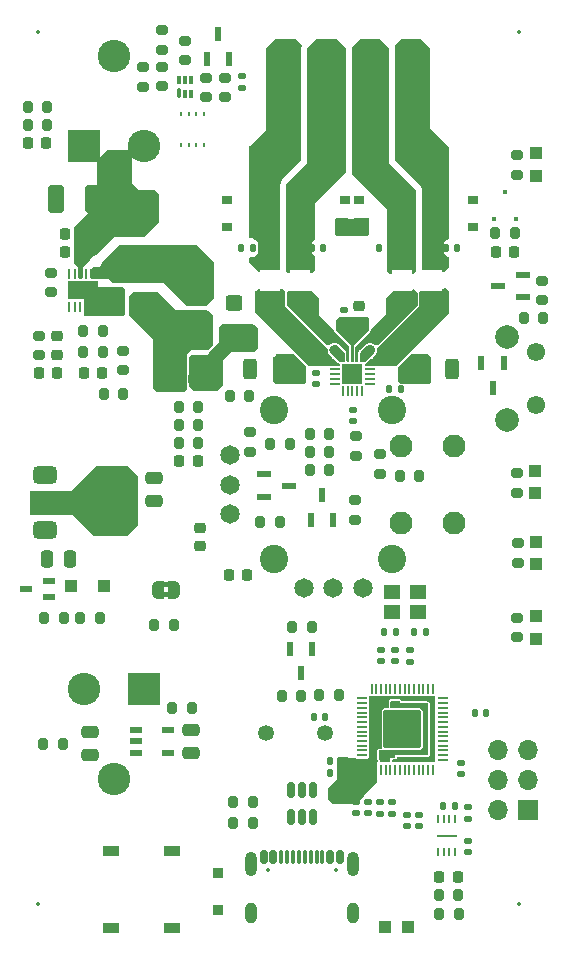
<source format=gtl>
%TF.GenerationSoftware,KiCad,Pcbnew,8.0.6*%
%TF.CreationDate,2024-10-28T23:36:15+00:00*%
%TF.ProjectId,StepUp,53746570-5570-42e6-9b69-6361645f7063,v0.1*%
%TF.SameCoordinates,Original*%
%TF.FileFunction,Copper,L1,Top*%
%TF.FilePolarity,Positive*%
%FSLAX46Y46*%
G04 Gerber Fmt 4.6, Leading zero omitted, Abs format (unit mm)*
G04 Created by KiCad (PCBNEW 8.0.6) date 2024-10-28 23:36:15*
%MOMM*%
%LPD*%
G01*
G04 APERTURE LIST*
G04 Aperture macros list*
%AMRoundRect*
0 Rectangle with rounded corners*
0 $1 Rounding radius*
0 $2 $3 $4 $5 $6 $7 $8 $9 X,Y pos of 4 corners*
0 Add a 4 corners polygon primitive as box body*
4,1,4,$2,$3,$4,$5,$6,$7,$8,$9,$2,$3,0*
0 Add four circle primitives for the rounded corners*
1,1,$1+$1,$2,$3*
1,1,$1+$1,$4,$5*
1,1,$1+$1,$6,$7*
1,1,$1+$1,$8,$9*
0 Add four rect primitives between the rounded corners*
20,1,$1+$1,$2,$3,$4,$5,0*
20,1,$1+$1,$4,$5,$6,$7,0*
20,1,$1+$1,$6,$7,$8,$9,0*
20,1,$1+$1,$8,$9,$2,$3,0*%
%AMFreePoly0*
4,1,19,0.500000,-0.750000,0.000000,-0.750000,0.000000,-0.744911,-0.071157,-0.744911,-0.207708,-0.704816,-0.327430,-0.627875,-0.420627,-0.520320,-0.479746,-0.390866,-0.500000,-0.250000,-0.500000,0.250000,-0.479746,0.390866,-0.420627,0.520320,-0.327430,0.627875,-0.207708,0.704816,-0.071157,0.744911,0.000000,0.744911,0.000000,0.750000,0.500000,0.750000,0.500000,-0.750000,0.500000,-0.750000,
$1*%
%AMFreePoly1*
4,1,19,0.000000,0.744911,0.071157,0.744911,0.207708,0.704816,0.327430,0.627875,0.420627,0.520320,0.479746,0.390866,0.500000,0.250000,0.500000,-0.250000,0.479746,-0.390866,0.420627,-0.520320,0.327430,-0.627875,0.207708,-0.704816,0.071157,-0.744911,0.000000,-0.744911,0.000000,-0.750000,-0.500000,-0.750000,-0.500000,0.750000,0.000000,0.750000,0.000000,0.744911,0.000000,0.744911,
$1*%
G04 Aperture macros list end*
%TA.AperFunction,EtchedComponent*%
%ADD10C,0.000000*%
%TD*%
%TA.AperFunction,SMDPad,CuDef*%
%ADD11R,0.863600X0.787400*%
%TD*%
%TA.AperFunction,SMDPad,CuDef*%
%ADD12RoundRect,0.250000X0.312500X0.625000X-0.312500X0.625000X-0.312500X-0.625000X0.312500X-0.625000X0*%
%TD*%
%TA.AperFunction,SMDPad,CuDef*%
%ADD13RoundRect,0.200000X-0.275000X0.200000X-0.275000X-0.200000X0.275000X-0.200000X0.275000X0.200000X0*%
%TD*%
%TA.AperFunction,SMDPad,CuDef*%
%ADD14RoundRect,0.200000X-0.200000X-0.275000X0.200000X-0.275000X0.200000X0.275000X-0.200000X0.275000X0*%
%TD*%
%TA.AperFunction,SMDPad,CuDef*%
%ADD15RoundRect,0.140000X0.140000X0.170000X-0.140000X0.170000X-0.140000X-0.170000X0.140000X-0.170000X0*%
%TD*%
%TA.AperFunction,SMDPad,CuDef*%
%ADD16RoundRect,0.140000X0.170000X-0.140000X0.170000X0.140000X-0.170000X0.140000X-0.170000X-0.140000X0*%
%TD*%
%TA.AperFunction,SMDPad,CuDef*%
%ADD17RoundRect,0.135000X0.185000X-0.135000X0.185000X0.135000X-0.185000X0.135000X-0.185000X-0.135000X0*%
%TD*%
%TA.AperFunction,SMDPad,CuDef*%
%ADD18RoundRect,0.140000X-0.170000X0.140000X-0.170000X-0.140000X0.170000X-0.140000X0.170000X0.140000X0*%
%TD*%
%TA.AperFunction,SMDPad,CuDef*%
%ADD19RoundRect,0.150000X-0.150000X-0.425000X0.150000X-0.425000X0.150000X0.425000X-0.150000X0.425000X0*%
%TD*%
%TA.AperFunction,SMDPad,CuDef*%
%ADD20RoundRect,0.075000X-0.075000X-0.500000X0.075000X-0.500000X0.075000X0.500000X-0.075000X0.500000X0*%
%TD*%
%TA.AperFunction,ComponentPad*%
%ADD21O,1.000000X2.100000*%
%TD*%
%TA.AperFunction,ComponentPad*%
%ADD22O,1.000000X1.800000*%
%TD*%
%TA.AperFunction,SMDPad,CuDef*%
%ADD23RoundRect,0.140000X-0.140000X-0.170000X0.140000X-0.170000X0.140000X0.170000X-0.140000X0.170000X0*%
%TD*%
%TA.AperFunction,SMDPad,CuDef*%
%ADD24RoundRect,0.225000X0.225000X0.250000X-0.225000X0.250000X-0.225000X-0.250000X0.225000X-0.250000X0*%
%TD*%
%TA.AperFunction,SMDPad,CuDef*%
%ADD25RoundRect,0.135000X-0.185000X0.135000X-0.185000X-0.135000X0.185000X-0.135000X0.185000X0.135000X0*%
%TD*%
%TA.AperFunction,SMDPad,CuDef*%
%ADD26RoundRect,0.200000X0.200000X0.275000X-0.200000X0.275000X-0.200000X-0.275000X0.200000X-0.275000X0*%
%TD*%
%TA.AperFunction,SMDPad,CuDef*%
%ADD27RoundRect,0.225000X-0.225000X-0.250000X0.225000X-0.250000X0.225000X0.250000X-0.225000X0.250000X0*%
%TD*%
%TA.AperFunction,SMDPad,CuDef*%
%ADD28RoundRect,0.200000X0.275000X-0.200000X0.275000X0.200000X-0.275000X0.200000X-0.275000X-0.200000X0*%
%TD*%
%TA.AperFunction,SMDPad,CuDef*%
%ADD29R,1.000000X0.550000*%
%TD*%
%TA.AperFunction,SMDPad,CuDef*%
%ADD30R,0.600000X1.300000*%
%TD*%
%TA.AperFunction,SMDPad,CuDef*%
%ADD31RoundRect,0.050000X0.387500X0.050000X-0.387500X0.050000X-0.387500X-0.050000X0.387500X-0.050000X0*%
%TD*%
%TA.AperFunction,SMDPad,CuDef*%
%ADD32RoundRect,0.050000X0.050000X0.387500X-0.050000X0.387500X-0.050000X-0.387500X0.050000X-0.387500X0*%
%TD*%
%TA.AperFunction,ComponentPad*%
%ADD33C,0.600000*%
%TD*%
%TA.AperFunction,SMDPad,CuDef*%
%ADD34RoundRect,0.144000X1.456000X1.456000X-1.456000X1.456000X-1.456000X-1.456000X1.456000X-1.456000X0*%
%TD*%
%TA.AperFunction,SMDPad,CuDef*%
%ADD35R,1.000000X1.000000*%
%TD*%
%TA.AperFunction,SMDPad,CuDef*%
%ADD36R,1.753400X0.912000*%
%TD*%
%TA.AperFunction,SMDPad,CuDef*%
%ADD37R,1.300000X0.600000*%
%TD*%
%TA.AperFunction,SMDPad,CuDef*%
%ADD38RoundRect,0.062500X0.062500X-0.362500X0.062500X0.362500X-0.062500X0.362500X-0.062500X-0.362500X0*%
%TD*%
%TA.AperFunction,HeatsinkPad*%
%ADD39C,0.600000*%
%TD*%
%TA.AperFunction,HeatsinkPad*%
%ADD40R,2.500000X1.600000*%
%TD*%
%TA.AperFunction,SMDPad,CuDef*%
%ADD41R,0.254000X0.355600*%
%TD*%
%TA.AperFunction,SMDPad,CuDef*%
%ADD42RoundRect,0.250000X0.650000X-1.000000X0.650000X1.000000X-0.650000X1.000000X-0.650000X-1.000000X0*%
%TD*%
%TA.AperFunction,SMDPad,CuDef*%
%ADD43RoundRect,0.250000X-0.250000X-0.475000X0.250000X-0.475000X0.250000X0.475000X-0.250000X0.475000X0*%
%TD*%
%TA.AperFunction,SMDPad,CuDef*%
%ADD44RoundRect,0.225000X-0.250000X0.225000X-0.250000X-0.225000X0.250000X-0.225000X0.250000X0.225000X0*%
%TD*%
%TA.AperFunction,SMDPad,CuDef*%
%ADD45RoundRect,0.250000X0.250000X0.475000X-0.250000X0.475000X-0.250000X-0.475000X0.250000X-0.475000X0*%
%TD*%
%TA.AperFunction,SMDPad,CuDef*%
%ADD46R,1.400000X1.200000*%
%TD*%
%TA.AperFunction,SMDPad,CuDef*%
%ADD47RoundRect,0.250000X-0.312500X-0.625000X0.312500X-0.625000X0.312500X0.625000X-0.312500X0.625000X0*%
%TD*%
%TA.AperFunction,SMDPad,CuDef*%
%ADD48RoundRect,0.375000X-0.625000X-0.375000X0.625000X-0.375000X0.625000X0.375000X-0.625000X0.375000X0*%
%TD*%
%TA.AperFunction,SMDPad,CuDef*%
%ADD49RoundRect,0.500000X-0.500000X-1.400000X0.500000X-1.400000X0.500000X1.400000X-0.500000X1.400000X0*%
%TD*%
%TA.AperFunction,SMDPad,CuDef*%
%ADD50FreePoly0,0.000000*%
%TD*%
%TA.AperFunction,SMDPad,CuDef*%
%ADD51FreePoly1,0.000000*%
%TD*%
%TA.AperFunction,SMDPad,CuDef*%
%ADD52RoundRect,0.135000X0.135000X0.185000X-0.135000X0.185000X-0.135000X-0.185000X0.135000X-0.185000X0*%
%TD*%
%TA.AperFunction,ComponentPad*%
%ADD53R,1.700000X1.700000*%
%TD*%
%TA.AperFunction,ComponentPad*%
%ADD54O,1.700000X1.700000*%
%TD*%
%TA.AperFunction,SMDPad,CuDef*%
%ADD55O,0.857199X0.204000*%
%TD*%
%TA.AperFunction,SMDPad,CuDef*%
%ADD56O,0.204000X0.857199*%
%TD*%
%TA.AperFunction,SMDPad,CuDef*%
%ADD57R,1.701800X1.701800*%
%TD*%
%TA.AperFunction,SMDPad,CuDef*%
%ADD58RoundRect,0.250000X0.475000X-0.250000X0.475000X0.250000X-0.475000X0.250000X-0.475000X-0.250000X0*%
%TD*%
%TA.AperFunction,SMDPad,CuDef*%
%ADD59RoundRect,0.250000X0.412500X0.925000X-0.412500X0.925000X-0.412500X-0.925000X0.412500X-0.925000X0*%
%TD*%
%TA.AperFunction,SMDPad,CuDef*%
%ADD60R,0.457200X0.406400*%
%TD*%
%TA.AperFunction,SMDPad,CuDef*%
%ADD61R,0.254000X0.711200*%
%TD*%
%TA.AperFunction,SMDPad,CuDef*%
%ADD62R,1.651000X0.254000*%
%TD*%
%TA.AperFunction,SMDPad,CuDef*%
%ADD63R,2.200000X2.150000*%
%TD*%
%TA.AperFunction,SMDPad,CuDef*%
%ADD64RoundRect,0.250000X-0.475000X0.250000X-0.475000X-0.250000X0.475000X-0.250000X0.475000X0.250000X0*%
%TD*%
%TA.AperFunction,SMDPad,CuDef*%
%ADD65R,1.050000X0.600000*%
%TD*%
%TA.AperFunction,SMDPad,CuDef*%
%ADD66R,1.397000X0.889000*%
%TD*%
%TA.AperFunction,SMDPad,CuDef*%
%ADD67RoundRect,0.225000X0.250000X-0.225000X0.250000X0.225000X-0.250000X0.225000X-0.250000X-0.225000X0*%
%TD*%
%TA.AperFunction,SMDPad,CuDef*%
%ADD68RoundRect,0.250000X0.450000X-0.400000X0.450000X0.400000X-0.450000X0.400000X-0.450000X-0.400000X0*%
%TD*%
%TA.AperFunction,SMDPad,CuDef*%
%ADD69R,0.950000X0.900000*%
%TD*%
%TA.AperFunction,SMDPad,CuDef*%
%ADD70RoundRect,0.070000X-0.070000X-0.355000X0.070000X-0.355000X0.070000X0.355000X-0.070000X0.355000X0*%
%TD*%
%TA.AperFunction,SMDPad,CuDef*%
%ADD71RoundRect,0.070000X-0.070000X-0.305000X0.070000X-0.305000X0.070000X0.305000X-0.070000X0.305000X0*%
%TD*%
%TA.AperFunction,SMDPad,CuDef*%
%ADD72RoundRect,0.150000X0.150000X-0.512500X0.150000X0.512500X-0.150000X0.512500X-0.150000X-0.512500X0*%
%TD*%
%TA.AperFunction,SMDPad,CuDef*%
%ADD73RoundRect,0.250000X-0.300000X-0.300000X0.300000X-0.300000X0.300000X0.300000X-0.300000X0.300000X0*%
%TD*%
%TA.AperFunction,ComponentPad*%
%ADD74C,1.550000*%
%TD*%
%TA.AperFunction,ComponentPad*%
%ADD75C,2.000000*%
%TD*%
%TA.AperFunction,ComponentPad*%
%ADD76C,1.350000*%
%TD*%
%TA.AperFunction,ComponentPad*%
%ADD77C,1.650000*%
%TD*%
%TA.AperFunction,ComponentPad*%
%ADD78C,1.950000*%
%TD*%
%TA.AperFunction,ComponentPad*%
%ADD79C,2.400000*%
%TD*%
%TA.AperFunction,ComponentPad*%
%ADD80R,2.745000X2.745000*%
%TD*%
%TA.AperFunction,ComponentPad*%
%ADD81C,2.745000*%
%TD*%
%ADD82C,0.350000*%
%ADD83O,0.600000X1.700000*%
%ADD84O,0.600000X1.400000*%
%ADD85C,0.300000*%
G04 APERTURE END LIST*
D10*
%TA.AperFunction,EtchedComponent*%
%TO.C,JP1*%
G36*
X70808000Y-100090000D02*
G01*
X70308000Y-100090000D01*
X70308000Y-99690000D01*
X70808000Y-99690000D01*
X70808000Y-100090000D01*
G37*
%TD.AperFunction*%
%TA.AperFunction,EtchedComponent*%
G36*
X70808000Y-100890000D02*
G01*
X70308000Y-100890000D01*
X70308000Y-100490000D01*
X70808000Y-100490000D01*
X70808000Y-100890000D01*
G37*
%TD.AperFunction*%
%TD*%
D11*
%TO.P,D3,1*%
%TO.N,VMotor*%
X85710799Y-69579600D03*
%TO.P,D3,2*%
%TO.N,OA1_OUT*%
X82408799Y-69579600D03*
%TD*%
D12*
%TO.P,R20,1*%
%TO.N,GND*%
X94805900Y-81651001D03*
%TO.P,R20,2*%
%TO.N,/Motor Driver/BRB*%
X91880900Y-81651001D03*
%TD*%
D13*
%TO.P,R49,1*%
%TO.N,MCU_LED_ERROR*%
X100308000Y-63515000D03*
%TO.P,R49,2*%
%TO.N,Net-(LED2-A)*%
X100308000Y-65165000D03*
%TD*%
D14*
%TO.P,R33,1*%
%TO.N,Net-(Q4-D)*%
X98433000Y-70140000D03*
%TO.P,R33,2*%
%TO.N,/Power/VBAT_PACK_POS*%
X100083000Y-70140000D03*
%TD*%
D15*
%TO.P,C10,1*%
%TO.N,+3V3*%
X84040000Y-111068000D03*
%TO.P,C10,2*%
%TO.N,GND*%
X83080000Y-111068000D03*
%TD*%
D16*
%TO.P,C5,1*%
%TO.N,+1V1*%
X88776000Y-106376000D03*
%TO.P,C5,2*%
%TO.N,GND*%
X88776000Y-105416000D03*
%TD*%
D17*
%TO.P,R6,1*%
%TO.N,USB_D+*%
X89672500Y-119258000D03*
%TO.P,R6,2*%
%TO.N,Net-(U3-USB_DP)*%
X89672500Y-118238000D03*
%TD*%
D18*
%TO.P,C8,1*%
%TO.N,+3V3*%
X86660000Y-118268000D03*
%TO.P,C8,2*%
%TO.N,GND*%
X86660000Y-119228000D03*
%TD*%
D19*
%TO.P,J1,A1,GND*%
%TO.N,GND*%
X78858000Y-122950000D03*
%TO.P,J1,A4,VBUS*%
%TO.N,V_USB*%
X79658000Y-122950000D03*
D20*
%TO.P,J1,A5,CC1*%
%TO.N,Net-(J1-CC1)*%
X80808000Y-122950000D03*
%TO.P,J1,A6,D+*%
%TO.N,USB_D+_IN*%
X81808000Y-122950000D03*
%TO.P,J1,A7,D-*%
%TO.N,USB_D-_IN*%
X82308000Y-122950000D03*
%TO.P,J1,A8,SBU1*%
%TO.N,unconnected-(J1-SBU1-PadA8)*%
X83308000Y-122950000D03*
D19*
%TO.P,J1,A9,VBUS*%
%TO.N,V_USB*%
X84458000Y-122950000D03*
%TO.P,J1,A12,GND*%
%TO.N,GND*%
X85258000Y-122950000D03*
%TO.P,J1,B1,GND*%
X85258000Y-122950000D03*
%TO.P,J1,B4,VBUS*%
%TO.N,V_USB*%
X84458000Y-122950000D03*
D20*
%TO.P,J1,B5,CC2*%
%TO.N,Net-(J1-CC2)*%
X83808000Y-122950000D03*
%TO.P,J1,B6,D+*%
%TO.N,USB_D+_IN*%
X82808000Y-122950000D03*
%TO.P,J1,B7,D-*%
%TO.N,USB_D-_IN*%
X81308000Y-122950000D03*
%TO.P,J1,B8,SBU2*%
%TO.N,unconnected-(J1-SBU2-PadB8)*%
X80308000Y-122950000D03*
D19*
%TO.P,J1,B9,VBUS*%
%TO.N,V_USB*%
X79658000Y-122950000D03*
%TO.P,J1,B12,GND*%
%TO.N,GND*%
X78858000Y-122950000D03*
D21*
%TO.P,J1,S1,SHIELD*%
X77738000Y-123525000D03*
D22*
X77738000Y-127705000D03*
D21*
X86378000Y-123525000D03*
D22*
X86378000Y-127705000D03*
%TD*%
D23*
%TO.P,C19,1*%
%TO.N,Net-(U4-1.8VOUT)*%
X89470000Y-83350000D03*
%TO.P,C19,2*%
%TO.N,GND*%
X90430000Y-83350000D03*
%TD*%
D14*
%TO.P,R40,1*%
%TO.N,GND*%
X58833000Y-60964000D03*
%TO.P,R40,2*%
%TO.N,VBAT_MONITOR*%
X60483000Y-60964000D03*
%TD*%
D18*
%TO.P,C18,1*%
%TO.N,/Motor Driver/TMC_VCC_IO*%
X86358000Y-85060000D03*
%TO.P,C18,2*%
%TO.N,GND*%
X86358000Y-86020000D03*
%TD*%
D14*
%TO.P,R32,1*%
%TO.N,VMotor*%
X71183000Y-82440000D03*
%TO.P,R32,2*%
%TO.N,BOOST_VOUT*%
X72833000Y-82440000D03*
%TD*%
D24*
%TO.P,C41,1*%
%TO.N,+3V3*%
X77408000Y-99040000D03*
%TO.P,C41,2*%
%TO.N,GND*%
X75858000Y-99040000D03*
%TD*%
D13*
%TO.P,R10,1*%
%TO.N,Net-(Q1-G)*%
X86550000Y-92725000D03*
%TO.P,R10,2*%
%TO.N,+3V3*%
X86550000Y-94375000D03*
%TD*%
D25*
%TO.P,R2,1*%
%TO.N,+3V3*%
X96108000Y-118730000D03*
%TO.P,R2,2*%
%TO.N,/MCU/QSPI_SS*%
X96108000Y-119750000D03*
%TD*%
D26*
%TO.P,R28,1*%
%TO.N,Net-(U7-OVP)*%
X66925000Y-83700000D03*
%TO.P,R28,2*%
%TO.N,BOOST_VOUT*%
X65275000Y-83700000D03*
%TD*%
D17*
%TO.P,R5,1*%
%TO.N,/MCU/XOUT*%
X91195000Y-106406000D03*
%TO.P,R5,2*%
%TO.N,Net-(C2-Pad1)*%
X91195000Y-105386000D03*
%TD*%
%TO.P,R7,1*%
%TO.N,USB_D-*%
X88660000Y-119258000D03*
%TO.P,R7,2*%
%TO.N,Net-(U3-USB_DM)*%
X88660000Y-118238000D03*
%TD*%
D11*
%TO.P,D8,1*%
%TO.N,OB1_OUT*%
X90168400Y-67293600D03*
%TO.P,D8,2*%
%TO.N,GND*%
X86866400Y-67293600D03*
%TD*%
%TO.P,D10,1*%
%TO.N,OB2_OUT*%
X93216400Y-67293600D03*
%TO.P,D10,2*%
%TO.N,GND*%
X96518400Y-67293600D03*
%TD*%
D27*
%TO.P,C38,1*%
%TO.N,GND*%
X71686000Y-89408000D03*
%TO.P,C38,2*%
%TO.N,VMOTOR_MONITOR*%
X73236000Y-89408000D03*
%TD*%
D16*
%TO.P,C15,1*%
%TO.N,VMotor*%
X83258000Y-82880000D03*
%TO.P,C15,2*%
%TO.N,Net-(U4-VCP)*%
X83258000Y-81920000D03*
%TD*%
D11*
%TO.P,D7,1*%
%TO.N,VMotor*%
X86866400Y-69579600D03*
%TO.P,D7,2*%
%TO.N,OB1_OUT*%
X90168400Y-69579600D03*
%TD*%
D28*
%TO.P,R8,1*%
%TO.N,~{TMC_STBDY}*%
X77708000Y-88615000D03*
%TO.P,R8,2*%
%TO.N,Net-(Q2-G)*%
X77708000Y-86965000D03*
%TD*%
D26*
%TO.P,R31,1*%
%TO.N,GND*%
X65187000Y-78368000D03*
%TO.P,R31,2*%
%TO.N,Net-(U7-FB)*%
X63537000Y-78368000D03*
%TD*%
D14*
%TO.P,R4,1*%
%TO.N,GND*%
X76233000Y-120068000D03*
%TO.P,R4,2*%
%TO.N,Net-(J1-CC2)*%
X77883000Y-120068000D03*
%TD*%
D13*
%TO.P,R48,1*%
%TO.N,GND*%
X68632999Y-56069200D03*
%TO.P,R48,2*%
%TO.N,Net-(U8-G2)*%
X68632999Y-57719200D03*
%TD*%
D24*
%TO.P,C28,1*%
%TO.N,BOOST_VIN*%
X63525000Y-71674000D03*
%TO.P,C28,2*%
%TO.N,GND*%
X61975000Y-71674000D03*
%TD*%
D29*
%TO.P,Q3,1,G*%
%TO.N,Net-(Q3-G)*%
X60640000Y-100888000D03*
%TO.P,Q3,2,S*%
%TO.N,Net-(D11-K)*%
X60640000Y-99588000D03*
%TO.P,Q3,3,D*%
%TO.N,Vbat*%
X58740000Y-100238000D03*
%TD*%
D30*
%TO.P,D13,1*%
%TO.N,Net-(Q4-D)*%
X99158000Y-81140000D03*
%TO.P,D13,2*%
%TO.N,MCU_PWR_BTN*%
X97258000Y-81140000D03*
%TO.P,D13,3*%
%TO.N,Net-(D13-Pad3)*%
X98208000Y-83240000D03*
%TD*%
D31*
%TO.P,U3,1,IOVDD*%
%TO.N,+3V3*%
X93996500Y-114713000D03*
%TO.P,U3,2,GPIO0*%
%TO.N,/MCU/UART_0_TX*%
X93996500Y-114313000D03*
%TO.P,U3,3,GPIO1*%
%TO.N,/MCU/UART_0_RX*%
X93996500Y-113913000D03*
%TO.P,U3,4,GPIO2*%
%TO.N,MCU_LED_ERROR*%
X93996500Y-113513000D03*
%TO.P,U3,5,GPIO3*%
%TO.N,MCU_LED_STATUS_1*%
X93996500Y-113113000D03*
%TO.P,U3,6,GPIO4*%
%TO.N,VUSB_MONITOR*%
X93996500Y-112713000D03*
%TO.P,U3,7,GPIO5*%
%TO.N,MCU_LED_STATUS_2*%
X93996500Y-112313000D03*
%TO.P,U3,8,GPIO6*%
%TO.N,MCU_LED_STATUS_3*%
X93996500Y-111913000D03*
%TO.P,U3,9,GPIO7*%
%TO.N,MCU_PWR_CTRL*%
X93996500Y-111513000D03*
%TO.P,U3,10,IOVDD*%
%TO.N,+3V3*%
X93996500Y-111113000D03*
%TO.P,U3,11,GPIO8*%
%TO.N,MCU_PWR_BTN*%
X93996500Y-110713000D03*
%TO.P,U3,12,GPIO9*%
%TO.N,/MCU/GPIO9*%
X93996500Y-110313000D03*
%TO.P,U3,13,GPIO10*%
%TO.N,/MCU/GPIO10*%
X93996500Y-109913000D03*
%TO.P,U3,14,GPIO11*%
%TO.N,/MCU/GPIO11*%
X93996500Y-109513000D03*
D32*
%TO.P,U3,15,GPIO12*%
%TO.N,/MCU/GPIO12*%
X93159000Y-108675500D03*
%TO.P,U3,16,GPIO13*%
%TO.N,/MCU/GPIO13*%
X92759000Y-108675500D03*
%TO.P,U3,17,GPIO14*%
%TO.N,/MCU/GPIO14*%
X92359000Y-108675500D03*
%TO.P,U3,18,GPIO15*%
%TO.N,/MCU/GPIO15*%
X91959000Y-108675500D03*
%TO.P,U3,19,TESTEN*%
%TO.N,GND*%
X91559000Y-108675500D03*
%TO.P,U3,20,XIN*%
%TO.N,/MCU/XIN*%
X91159000Y-108675500D03*
%TO.P,U3,21,XOUT*%
%TO.N,/MCU/XOUT*%
X90759000Y-108675500D03*
%TO.P,U3,22,IOVDD*%
%TO.N,+3V3*%
X90359000Y-108675500D03*
%TO.P,U3,23,DVDD*%
%TO.N,+1V1*%
X89959000Y-108675500D03*
%TO.P,U3,24,SWCLK*%
%TO.N,/MCU/SWCLK*%
X89559000Y-108675500D03*
%TO.P,U3,25,SWD*%
%TO.N,/MCU/SWD*%
X89159000Y-108675500D03*
%TO.P,U3,26,RUN*%
%TO.N,/MCU/RUN*%
X88759000Y-108675500D03*
%TO.P,U3,27,GPIO16*%
%TO.N,BUZZER*%
X88359000Y-108675500D03*
%TO.P,U3,28,GPIO17*%
%TO.N,JOY_MCU_BTN*%
X87959000Y-108675500D03*
D31*
%TO.P,U3,29,GPIO18*%
%TO.N,MCU_BOOST_EN*%
X87121500Y-109513000D03*
%TO.P,U3,30,GPIO19*%
%TO.N,TMC_DIAG*%
X87121500Y-109913000D03*
%TO.P,U3,31,GPIO20*%
%TO.N,TMC_EN*%
X87121500Y-110313000D03*
%TO.P,U3,32,GPIO21*%
%TO.N,~{TMC_STBDY}*%
X87121500Y-110713000D03*
%TO.P,U3,33,IOVDD*%
%TO.N,+3V3*%
X87121500Y-111113000D03*
%TO.P,U3,34,GPIO22*%
%TO.N,TMC_DIR*%
X87121500Y-111513000D03*
%TO.P,U3,35,GPIO23*%
%TO.N,TMC_STEP*%
X87121500Y-111913000D03*
%TO.P,U3,36,GPIO24*%
%TO.N,TMC_UART_TX*%
X87121500Y-112313000D03*
%TO.P,U3,37,GPIO25*%
%TO.N,TMC_UART_RX*%
X87121500Y-112713000D03*
%TO.P,U3,38,GPIO26_ADC0*%
%TO.N,VBAT_MONITOR*%
X87121500Y-113113000D03*
%TO.P,U3,39,GPIO27_ADC1*%
%TO.N,VMOTOR_MONITOR*%
X87121500Y-113513000D03*
%TO.P,U3,40,GPIO28_ADC2*%
%TO.N,JOY_AXIS_MCU_V*%
X87121500Y-113913000D03*
%TO.P,U3,41,GPIO29_ADC3*%
%TO.N,JOY_AXIS_MCU_H*%
X87121500Y-114313000D03*
%TO.P,U3,42,IOVDD*%
%TO.N,+3V3*%
X87121500Y-114713000D03*
D32*
%TO.P,U3,43,ADC_AVDD*%
X87959000Y-115550500D03*
%TO.P,U3,44,VREG_IN*%
X88359000Y-115550500D03*
%TO.P,U3,45,VREG_VOUT*%
%TO.N,+1V1*%
X88759000Y-115550500D03*
%TO.P,U3,46,USB_DM*%
%TO.N,Net-(U3-USB_DM)*%
X89159000Y-115550500D03*
%TO.P,U3,47,USB_DP*%
%TO.N,Net-(U3-USB_DP)*%
X89559000Y-115550500D03*
%TO.P,U3,48,USB_VDD*%
%TO.N,+3V3*%
X89959000Y-115550500D03*
%TO.P,U3,49,IOVDD*%
X90359000Y-115550500D03*
%TO.P,U3,50,DVDD*%
%TO.N,+1V1*%
X90759000Y-115550500D03*
%TO.P,U3,51,QSPI_SD3*%
%TO.N,/MCU/QSPI_SD3*%
X91159000Y-115550500D03*
%TO.P,U3,52,QSPI_SCLK*%
%TO.N,/MCU/QSPI_SCLK*%
X91559000Y-115550500D03*
%TO.P,U3,53,QSPI_SD0*%
%TO.N,/MCU/QSPI_SD0*%
X91959000Y-115550500D03*
%TO.P,U3,54,QSPI_SD2*%
%TO.N,/MCU/QSPI_SD2*%
X92359000Y-115550500D03*
%TO.P,U3,55,QSPI_SD1*%
%TO.N,/MCU/QSPI_SD1*%
X92759000Y-115550500D03*
%TO.P,U3,56,QSPI_SS*%
%TO.N,/MCU/QSPI_SS*%
X93159000Y-115550500D03*
D33*
%TO.P,U3,57,GND*%
%TO.N,GND*%
X91834000Y-113388000D03*
X91834000Y-112113000D03*
X91834000Y-110838000D03*
X90559000Y-113388000D03*
X90559000Y-112113000D03*
D34*
X90559000Y-112113000D03*
D33*
X90559000Y-110838000D03*
X89284000Y-113388000D03*
X89284000Y-112113000D03*
X89284000Y-110838000D03*
%TD*%
D14*
%TO.P,R26,1*%
%TO.N,Net-(U6-STAT)*%
X60183000Y-113340000D03*
%TO.P,R26,2*%
%TO.N,Net-(LED1-K)*%
X61833000Y-113340000D03*
%TD*%
%TO.P,R3,1*%
%TO.N,GND*%
X76233000Y-118290000D03*
%TO.P,R3,2*%
%TO.N,Net-(J1-CC1)*%
X77883000Y-118290000D03*
%TD*%
D18*
%TO.P,C7,1*%
%TO.N,+3V3*%
X90942500Y-119377500D03*
%TO.P,C7,2*%
%TO.N,GND*%
X90942500Y-120337500D03*
%TD*%
D16*
%TO.P,C36,1*%
%TO.N,Net-(U9-BAT)*%
X76982999Y-57799200D03*
%TO.P,C36,2*%
%TO.N,/Power/VBAT_PACK_NEG*%
X76982999Y-56839200D03*
%TD*%
D26*
%TO.P,R24,1*%
%TO.N,GND*%
X72733000Y-110290000D03*
%TO.P,R24,2*%
%TO.N,Net-(U6-PROG)*%
X71083000Y-110290000D03*
%TD*%
D18*
%TO.P,C6,1*%
%TO.N,+1V1*%
X87660000Y-118268000D03*
%TO.P,C6,2*%
%TO.N,GND*%
X87660000Y-119228000D03*
%TD*%
D35*
%TO.P,LED1,1,K*%
%TO.N,Net-(LED1-K)*%
X91008000Y-128890000D03*
%TO.P,LED1,2,A*%
%TO.N,V_USB*%
X89108000Y-128890000D03*
%TD*%
D26*
%TO.P,R45,1*%
%TO.N,GND*%
X95308000Y-126140000D03*
%TO.P,R45,2*%
%TO.N,VUSB_MONITOR*%
X93658000Y-126140000D03*
%TD*%
D14*
%TO.P,R30,1*%
%TO.N,Net-(U7-FB)*%
X63537000Y-80146000D03*
%TO.P,R30,2*%
%TO.N,BOOST_VOUT*%
X65187000Y-80146000D03*
%TD*%
D13*
%TO.P,R27,1*%
%TO.N,Net-(U7-COMP)*%
X59790000Y-78813000D03*
%TO.P,R27,2*%
%TO.N,Net-(C32-Pad1)*%
X59790000Y-80463000D03*
%TD*%
D36*
%TO.P,L1,1,1*%
%TO.N,OA1_OUT*%
X81913400Y-72762201D03*
%TO.P,L1,2,2*%
%TO.N,OA1*%
X81913400Y-75553801D03*
%TD*%
D15*
%TO.P,C13,1*%
%TO.N,+3V3*%
X85440000Y-114768000D03*
%TO.P,C13,2*%
%TO.N,GND*%
X84480000Y-114768000D03*
%TD*%
D11*
%TO.P,D4,1*%
%TO.N,OA1_OUT*%
X82408799Y-67293600D03*
%TO.P,D4,2*%
%TO.N,GND*%
X85710799Y-67293600D03*
%TD*%
D37*
%TO.P,Q4,1,G*%
%TO.N,Net-(Q4-G)*%
X100758000Y-75540000D03*
%TO.P,Q4,2,S*%
%TO.N,GND*%
X100758000Y-73640000D03*
%TO.P,Q4,3,D*%
%TO.N,Net-(Q4-D)*%
X98658000Y-74590000D03*
%TD*%
D38*
%TO.P,U7,1,NC*%
%TO.N,unconnected-(U7-NC-Pad1)*%
X62319000Y-76395000D03*
%TO.P,U7,2,SS*%
%TO.N,Net-(U7-SS)*%
X62819000Y-76395000D03*
%TO.P,U7,3,FB*%
%TO.N,Net-(U7-FB)*%
X63319000Y-76395000D03*
%TO.P,U7,4,AGND*%
%TO.N,GND*%
X63819000Y-76395000D03*
%TO.P,U7,5,PGND*%
X64319000Y-76395000D03*
%TO.P,U7,6,PGND*%
X64819000Y-76395000D03*
%TO.P,U7,7,SW*%
%TO.N,Net-(D12-A)*%
X64819000Y-73545000D03*
%TO.P,U7,8,SW*%
X64319000Y-73545000D03*
%TO.P,U7,9,OVP*%
%TO.N,Net-(U7-OVP)*%
X63819000Y-73545000D03*
%TO.P,U7,10,VIN*%
%TO.N,BOOST_VIN*%
X63319000Y-73545000D03*
%TO.P,U7,11,EN*%
%TO.N,MCU_BOOST_EN*%
X62819000Y-73545000D03*
%TO.P,U7,12,COMP*%
%TO.N,Net-(U7-COMP)*%
X62319000Y-73545000D03*
D39*
%TO.P,U7,13,PGND*%
%TO.N,GND*%
X62619000Y-75470000D03*
X63569000Y-75470000D03*
X64519000Y-75470000D03*
D40*
X63569000Y-74970000D03*
D39*
X62619000Y-74470000D03*
X63569000Y-74470000D03*
X64519000Y-74470000D03*
%TD*%
D41*
%TO.P,U8,1,S1*%
%TO.N,Net-(U8-S1)*%
X73782999Y-60019200D03*
%TO.P,U8,2,G1*%
%TO.N,Net-(U8-G1)*%
X73133001Y-60019200D03*
%TO.P,U8,3,S2*%
%TO.N,GND*%
X72482999Y-60019200D03*
%TO.P,U8,4,G2*%
%TO.N,Net-(U8-G2)*%
X71833001Y-60019200D03*
%TO.P,U8,5,D*%
%TO.N,Net-(U8-D-Pad5)*%
X71833001Y-62660800D03*
%TO.P,U8,6,D*%
X72482999Y-62660800D03*
%TO.P,U8,7,D*%
X73133001Y-62660800D03*
%TO.P,U8,8,D*%
X73782999Y-62660800D03*
%TD*%
D35*
%TO.P,LED5,1,K*%
%TO.N,GND*%
X101908000Y-102540000D03*
%TO.P,LED5,2,A*%
%TO.N,Net-(LED5-A)*%
X101908000Y-104440000D03*
%TD*%
D16*
%TO.P,C3,1*%
%TO.N,+3V3*%
X96108000Y-122520000D03*
%TO.P,C3,2*%
%TO.N,GND*%
X96108000Y-121560000D03*
%TD*%
D35*
%TO.P,LED2,1,K*%
%TO.N,GND*%
X101858000Y-63340000D03*
%TO.P,LED2,2,A*%
%TO.N,Net-(LED2-A)*%
X101858000Y-65240000D03*
%TD*%
D15*
%TO.P,C14,1*%
%TO.N,+3V3*%
X85440000Y-115784000D03*
%TO.P,C14,2*%
%TO.N,GND*%
X84480000Y-115784000D03*
%TD*%
D13*
%TO.P,R34,1*%
%TO.N,Net-(Q4-G)*%
X102408000Y-74165000D03*
%TO.P,R34,2*%
%TO.N,MCU_PWR_CTRL*%
X102408000Y-75815000D03*
%TD*%
D26*
%TO.P,R14,1*%
%TO.N,/Motor Driver/TMC_VCC_IO*%
X84370001Y-90153400D03*
%TO.P,R14,2*%
%TO.N,GND*%
X82720001Y-90153400D03*
%TD*%
D28*
%TO.P,R37,1*%
%TO.N,Net-(U8-S1)*%
X75582999Y-58594200D03*
%TO.P,R37,2*%
%TO.N,/Power/VBAT_PACK_NEG*%
X75582999Y-56944200D03*
%TD*%
D36*
%TO.P,L4,1,1*%
%TO.N,OB2_OUT*%
X93089400Y-72762201D03*
%TO.P,L4,2,2*%
%TO.N,OB2*%
X93089400Y-75553801D03*
%TD*%
D26*
%TO.P,R43,1*%
%TO.N,Net-(R42-Pad2)*%
X73283000Y-87884000D03*
%TO.P,R43,2*%
%TO.N,GND*%
X71633000Y-87884000D03*
%TD*%
D27*
%TO.P,C32,1*%
%TO.N,Net-(C32-Pad1)*%
X59777000Y-81924000D03*
%TO.P,C32,2*%
%TO.N,GND*%
X61327000Y-81924000D03*
%TD*%
D14*
%TO.P,R23,1*%
%TO.N,BOOST_VIN*%
X69563000Y-103320000D03*
%TO.P,R23,2*%
%TO.N,Vbat*%
X71213000Y-103320000D03*
%TD*%
D26*
%TO.P,R13,1*%
%TO.N,TMC_DIR*%
X77608000Y-83940000D03*
%TO.P,R13,2*%
%TO.N,GND*%
X75958000Y-83940000D03*
%TD*%
D15*
%TO.P,C20,1*%
%TO.N,GND*%
X83888000Y-71390000D03*
%TO.P,C20,2*%
%TO.N,OA1_OUT*%
X82928000Y-71390000D03*
%TD*%
D18*
%TO.P,C4,1*%
%TO.N,+1V1*%
X91958500Y-119377500D03*
%TO.P,C4,2*%
%TO.N,GND*%
X91958500Y-120337500D03*
%TD*%
D35*
%TO.P,LED4,1,K*%
%TO.N,GND*%
X101908000Y-96240000D03*
%TO.P,LED4,2,A*%
%TO.N,Net-(LED4-A)*%
X101908000Y-98140000D03*
%TD*%
D24*
%TO.P,C39,1*%
%TO.N,GND*%
X95258000Y-124620000D03*
%TO.P,C39,2*%
%TO.N,VUSB_MONITOR*%
X93708000Y-124620000D03*
%TD*%
D28*
%TO.P,R52,1*%
%TO.N,Net-(LED5-A)*%
X100308000Y-104315000D03*
%TO.P,R52,2*%
%TO.N,MCU_LED_STATUS_3*%
X100308000Y-102665000D03*
%TD*%
D42*
%TO.P,D12,1,K*%
%TO.N,BOOST_VOUT*%
X73200000Y-78350000D03*
%TO.P,D12,2,A*%
%TO.N,Net-(D12-A)*%
X73200000Y-74350000D03*
%TD*%
D28*
%TO.P,R51,1*%
%TO.N,Net-(LED4-A)*%
X100358000Y-98040000D03*
%TO.P,R51,2*%
%TO.N,MCU_LED_STATUS_2*%
X100358000Y-96390000D03*
%TD*%
D26*
%TO.P,R55,1*%
%TO.N,Net-(Q7-D)*%
X82008000Y-109290000D03*
%TO.P,R55,2*%
%TO.N,Net-(JP2-C)*%
X80358000Y-109290000D03*
%TD*%
D15*
%TO.P,C2,1*%
%TO.N,Net-(C2-Pad1)*%
X90018000Y-103892000D03*
%TO.P,C2,2*%
%TO.N,GND*%
X89058000Y-103892000D03*
%TD*%
D43*
%TO.P,C24,1*%
%TO.N,Net-(D11-K)*%
X60518000Y-97724000D03*
%TO.P,C24,2*%
%TO.N,GND*%
X62418000Y-97724000D03*
%TD*%
D44*
%TO.P,C31,1*%
%TO.N,Net-(U7-SS)*%
X61314000Y-78863000D03*
%TO.P,C31,2*%
%TO.N,GND*%
X61314000Y-80413000D03*
%TD*%
D23*
%TO.P,C1,1*%
%TO.N,/MCU/XIN*%
X91598000Y-103892000D03*
%TO.P,C1,2*%
%TO.N,GND*%
X92558000Y-103892000D03*
%TD*%
D36*
%TO.P,L2,1,1*%
%TO.N,OA2_OUT*%
X79373400Y-72762201D03*
%TO.P,L2,2,2*%
%TO.N,OA2*%
X79373400Y-75553801D03*
%TD*%
D26*
%TO.P,R12,1*%
%TO.N,TMC_STEP*%
X81033000Y-87940000D03*
%TO.P,R12,2*%
%TO.N,GND*%
X79383000Y-87940000D03*
%TD*%
D18*
%TO.P,C9,1*%
%TO.N,+3V3*%
X95560000Y-114968000D03*
%TO.P,C9,2*%
%TO.N,GND*%
X95560000Y-115928000D03*
%TD*%
D45*
%TO.P,C34,1*%
%TO.N,BOOST_VOUT*%
X68150000Y-76150000D03*
%TO.P,C34,2*%
%TO.N,GND*%
X66250000Y-76150000D03*
%TD*%
D26*
%TO.P,R16,1*%
%TO.N,/Motor Driver/TMC_VCC_IO*%
X84370001Y-87105400D03*
%TO.P,R16,2*%
%TO.N,/Motor Driver/TMC_MS1{slash}AD0*%
X82720001Y-87105400D03*
%TD*%
D23*
%TO.P,C23,1*%
%TO.N,OB2_OUT*%
X94248000Y-71357600D03*
%TO.P,C23,2*%
%TO.N,GND*%
X95208000Y-71357600D03*
%TD*%
D46*
%TO.P,Y1,1,1*%
%TO.N,/MCU/XIN*%
X91908000Y-100502000D03*
%TO.P,Y1,2,2*%
%TO.N,GND*%
X89708000Y-100502000D03*
%TO.P,Y1,3,3*%
%TO.N,Net-(C2-Pad1)*%
X89708000Y-102202000D03*
%TO.P,Y1,4,4*%
%TO.N,GND*%
X91908000Y-102202000D03*
%TD*%
D14*
%TO.P,R17,1*%
%TO.N,TMC_UART_RX*%
X90333000Y-90640000D03*
%TO.P,R17,2*%
%TO.N,TMC_UART_TX*%
X91983000Y-90640000D03*
%TD*%
D47*
%TO.P,R19,1*%
%TO.N,GND*%
X77656900Y-81651001D03*
%TO.P,R19,2*%
%TO.N,/Motor Driver/BRA*%
X80581900Y-81651001D03*
%TD*%
D15*
%TO.P,C21,1*%
%TO.N,OA2_OUT*%
X77888000Y-71357600D03*
%TO.P,C21,2*%
%TO.N,GND*%
X76928000Y-71357600D03*
%TD*%
D48*
%TO.P,U5,1,GND*%
%TO.N,GND*%
X60316000Y-90630000D03*
%TO.P,U5,2,VO*%
%TO.N,+3V3*%
X60316000Y-92930000D03*
D49*
X66616000Y-92930000D03*
D48*
%TO.P,U5,3,VI*%
%TO.N,Net-(D11-K)*%
X60316000Y-95230000D03*
%TD*%
D50*
%TO.P,JP1,1,A*%
%TO.N,Net-(D11-A)*%
X69908000Y-100290000D03*
D51*
%TO.P,JP1,2,B*%
%TO.N,V_USB*%
X71208000Y-100290000D03*
%TD*%
D52*
%TO.P,R1,1*%
%TO.N,/MCU/QSPI_SS*%
X95018000Y-118590000D03*
%TO.P,R1,2*%
%TO.N,/MCU/~{USB_BOOT}*%
X93998000Y-118590000D03*
%TD*%
D16*
%TO.P,C12,1*%
%TO.N,+3V3*%
X89925000Y-106376000D03*
%TO.P,C12,2*%
%TO.N,GND*%
X89925000Y-105416000D03*
%TD*%
D53*
%TO.P,J2,1,Pin_1*%
%TO.N,/MCU/SWCLK*%
X101183000Y-118915000D03*
D54*
%TO.P,J2,2,Pin_2*%
%TO.N,/MCU/UART_0_TX*%
X98643000Y-118915000D03*
%TO.P,J2,3,Pin_3*%
%TO.N,/MCU/SWD*%
X101183000Y-116375000D03*
%TO.P,J2,4,Pin_4*%
%TO.N,/MCU/UART_0_RX*%
X98643000Y-116375000D03*
%TO.P,J2,5,Pin_5*%
%TO.N,GND*%
X101183000Y-113835000D03*
%TO.P,J2,6,Pin_6*%
X98643000Y-113835000D03*
%TD*%
D14*
%TO.P,R42,1*%
%TO.N,VMOTOR_MONITOR*%
X71633000Y-86360000D03*
%TO.P,R42,2*%
%TO.N,Net-(R42-Pad2)*%
X73283000Y-86360000D03*
%TD*%
D55*
%TO.P,U4,1,OA2*%
%TO.N,OA2*%
X84863000Y-81250999D03*
%TO.P,U4,2,VCP*%
%TO.N,Net-(U4-VCP)*%
X84863000Y-81651001D03*
%TO.P,U4,3,DIR*%
%TO.N,TMC_DIR*%
X84863000Y-82051000D03*
%TO.P,U4,4,STEP*%
%TO.N,TMC_STEP*%
X84863000Y-82450999D03*
%TO.P,U4,5,MS1_AD0*%
%TO.N,/Motor Driver/TMC_MS1{slash}AD0*%
X84863000Y-82851001D03*
D56*
%TO.P,U4,6,MS2_AD1*%
%TO.N,/Motor Driver/TMC_MS2{slash}AD1*%
X85532999Y-83521000D03*
%TO.P,U4,7,EN*%
%TO.N,TMC_EN*%
X85933001Y-83521000D03*
%TO.P,U4,8,STEPPER*%
%TO.N,/Motor Driver/TMC_VCC_IO*%
X86333000Y-83521000D03*
%TO.P,U4,9,MODE*%
%TO.N,GND*%
X86732999Y-83521000D03*
%TO.P,U4,10,PDN_UART*%
%TO.N,TMC_UART_RX*%
X87133001Y-83521000D03*
D55*
%TO.P,U4,11,VIO/NSTDBY*%
%TO.N,/Motor Driver/TMC_VCC_IO*%
X87803000Y-82851001D03*
%TO.P,U4,12,DIAG*%
%TO.N,TMC_DIAG*%
X87803000Y-82450999D03*
%TO.P,U4,13,1.8VOUT*%
%TO.N,Net-(U4-1.8VOUT)*%
X87803000Y-82051000D03*
%TO.P,U4,14,GND*%
%TO.N,GND*%
X87803000Y-81651001D03*
%TO.P,U4,15,OB2*%
%TO.N,OB2*%
X87803000Y-81250999D03*
D56*
%TO.P,U4,16,BRB*%
%TO.N,/Motor Driver/BRB*%
X87133001Y-80581000D03*
%TO.P,U4,17,OB1*%
%TO.N,OB1*%
X86732999Y-80581000D03*
%TO.P,U4,18,VS*%
%TO.N,VMotor*%
X86333000Y-80581000D03*
%TO.P,U4,19,OA1*%
%TO.N,OA1*%
X85933001Y-80581000D03*
%TO.P,U4,20,BRA*%
%TO.N,/Motor Driver/BRA*%
X85532999Y-80581000D03*
D57*
%TO.P,U4,21,EPAD*%
%TO.N,GND*%
X86333000Y-82051000D03*
%TD*%
D13*
%TO.P,R11,1*%
%TO.N,TMC_EN*%
X86650000Y-87325000D03*
%TO.P,R11,2*%
%TO.N,GND*%
X86650000Y-88975000D03*
%TD*%
D14*
%TO.P,R41,1*%
%TO.N,VMOTOR_MONITOR*%
X71633000Y-84840000D03*
%TO.P,R41,2*%
%TO.N,VMotor*%
X73283000Y-84840000D03*
%TD*%
D58*
%TO.P,C30,1*%
%TO.N,Vbat*%
X64108000Y-114290000D03*
%TO.P,C30,2*%
%TO.N,GND*%
X64108000Y-112390000D03*
%TD*%
D59*
%TO.P,C25,1*%
%TO.N,BOOST_VIN*%
X64345500Y-67190000D03*
%TO.P,C25,2*%
%TO.N,GND*%
X61270500Y-67190000D03*
%TD*%
D26*
%TO.P,R15,1*%
%TO.N,/Motor Driver/TMC_VCC_IO*%
X84370001Y-88629400D03*
%TO.P,R15,2*%
%TO.N,/Motor Driver/TMC_MS2{slash}AD1*%
X82720001Y-88629400D03*
%TD*%
D11*
%TO.P,D9,1*%
%TO.N,VMotor*%
X96518400Y-69579600D03*
%TO.P,D9,2*%
%TO.N,OB2_OUT*%
X93216400Y-69579600D03*
%TD*%
D28*
%TO.P,R36,1*%
%TO.N,Net-(U9-BAT)*%
X72182999Y-55494200D03*
%TO.P,R36,2*%
%TO.N,/Power/VBAT_PACK_POS*%
X72182999Y-53844200D03*
%TD*%
D27*
%TO.P,C37,1*%
%TO.N,GND*%
X58886000Y-62484000D03*
%TO.P,C37,2*%
%TO.N,VBAT_MONITOR*%
X60436000Y-62484000D03*
%TD*%
D28*
%TO.P,R38,1*%
%TO.N,Net-(U8-G1)*%
X73982999Y-58594200D03*
%TO.P,R38,2*%
%TO.N,/Power/VBAT_PACK_NEG*%
X73982999Y-56944200D03*
%TD*%
%TO.P,R50,1*%
%TO.N,Net-(LED3-A)*%
X100253000Y-92115000D03*
%TO.P,R50,2*%
%TO.N,MCU_LED_STATUS_1*%
X100253000Y-90465000D03*
%TD*%
D58*
%TO.P,C29,1*%
%TO.N,+3V3*%
X69508000Y-92790000D03*
%TO.P,C29,2*%
%TO.N,GND*%
X69508000Y-90890000D03*
%TD*%
D16*
%TO.P,C17,1*%
%TO.N,VMotor*%
X85609001Y-77559001D03*
%TO.P,C17,2*%
%TO.N,GND*%
X85609001Y-76599001D03*
%TD*%
D60*
%TO.P,Q5,1,1*%
%TO.N,Net-(Q4-D)*%
X98307999Y-68926000D03*
%TO.P,Q5,2,2*%
%TO.N,/Power/VBAT_PACK_POS*%
X100208001Y-68926000D03*
%TO.P,Q5,3,3*%
%TO.N,Vbat*%
X99258000Y-66640000D03*
%TD*%
D30*
%TO.P,Q1,1,G*%
%TO.N,Net-(Q1-G)*%
X82814400Y-94411001D03*
%TO.P,Q1,2,D*%
%TO.N,+3V3*%
X84714400Y-94411001D03*
%TO.P,Q1,3,S*%
%TO.N,/Motor Driver/TMC_VCC_IO*%
X83764400Y-92311001D03*
%TD*%
D61*
%TO.P,U1,1,/CS*%
%TO.N,/MCU/QSPI_SS*%
X95058001Y-119743000D03*
%TO.P,U1,2,DO(IO1)*%
%TO.N,/MCU/QSPI_SD1*%
X94558000Y-119743000D03*
%TO.P,U1,3,IO2*%
%TO.N,/MCU/QSPI_SD2*%
X94058000Y-119743000D03*
%TO.P,U1,4,GND*%
%TO.N,GND*%
X93557999Y-119743000D03*
%TO.P,U1,5,DI(IO0)*%
%TO.N,/MCU/QSPI_SD0*%
X93557999Y-122537000D03*
%TO.P,U1,6,CLK*%
%TO.N,/MCU/QSPI_SCLK*%
X94058000Y-122537000D03*
%TO.P,U1,7,IO3*%
%TO.N,/MCU/QSPI_SD3*%
X94558000Y-122537000D03*
%TO.P,U1,8,VCC*%
%TO.N,+3V3*%
X95058001Y-122537000D03*
D62*
%TO.P,U1,9,EPAD*%
%TO.N,GND*%
X94308000Y-121140000D03*
%TD*%
D63*
%TO.P,L5,1,1*%
%TO.N,BOOST_VIN*%
X68350000Y-67950000D03*
%TO.P,L5,2,2*%
%TO.N,Net-(D12-A)*%
X68350000Y-72750000D03*
%TD*%
D24*
%TO.P,C33,1*%
%TO.N,BOOST_VOUT*%
X65137000Y-81924000D03*
%TO.P,C33,2*%
%TO.N,Net-(U7-FB)*%
X63587000Y-81924000D03*
%TD*%
D26*
%TO.P,R21,1*%
%TO.N,GND*%
X64965000Y-102666000D03*
%TO.P,R21,2*%
%TO.N,Net-(D11-A)*%
X63315000Y-102666000D03*
%TD*%
D23*
%TO.P,C11,1*%
%TO.N,+3V3*%
X96680000Y-110768000D03*
%TO.P,C11,2*%
%TO.N,GND*%
X97640000Y-110768000D03*
%TD*%
D26*
%TO.P,R9,1*%
%TO.N,Net-(Q2-G)*%
X80198400Y-94605001D03*
%TO.P,R9,2*%
%TO.N,GND*%
X78548400Y-94605001D03*
%TD*%
%TO.P,R39,1*%
%TO.N,VBAT_MONITOR*%
X60483000Y-59440000D03*
%TO.P,R39,2*%
%TO.N,Vbat*%
X58833000Y-59440000D03*
%TD*%
D64*
%TO.P,C26,1*%
%TO.N,GND*%
X72710000Y-112190000D03*
%TO.P,C26,2*%
%TO.N,V_USB*%
X72710000Y-114090000D03*
%TD*%
D65*
%TO.P,U6,1,STAT*%
%TO.N,Net-(U6-STAT)*%
X68058000Y-112190000D03*
%TO.P,U6,2,VSS*%
%TO.N,GND*%
X68058000Y-113140000D03*
%TO.P,U6,3,VBAT*%
%TO.N,Vbat*%
X68058000Y-114090000D03*
%TO.P,U6,4,VDD*%
%TO.N,V_USB*%
X70758000Y-114090000D03*
%TO.P,U6,5,PROG*%
%TO.N,Net-(U6-PROG)*%
X70758000Y-112190000D03*
%TD*%
D14*
%TO.P,R54,1*%
%TO.N,GND*%
X81268000Y-103450000D03*
%TO.P,R54,2*%
%TO.N,Net-(Q7-G)*%
X82918000Y-103450000D03*
%TD*%
D11*
%TO.P,D5,1*%
%TO.N,VMotor*%
X75690400Y-69579600D03*
%TO.P,D5,2*%
%TO.N,OA2_OUT*%
X78992400Y-69579600D03*
%TD*%
D30*
%TO.P,Q6,1,G*%
%TO.N,/Power/VBAT_PACK_NEG*%
X74032999Y-55369200D03*
%TO.P,Q6,2,S*%
%TO.N,GND*%
X75932999Y-55369200D03*
%TO.P,Q6,3,D*%
%TO.N,Net-(Q6-D)*%
X74982999Y-53269200D03*
%TD*%
D13*
%TO.P,R29,1*%
%TO.N,GND*%
X66902000Y-80083000D03*
%TO.P,R29,2*%
%TO.N,Net-(U7-OVP)*%
X66902000Y-81733000D03*
%TD*%
D66*
%TO.P,SW2,1*%
%TO.N,GND*%
X71073600Y-128940001D03*
%TO.P,SW2,2*%
%TO.N,Net-(D1-PadK)*%
X71073600Y-122439999D03*
%TD*%
D35*
%TO.P,LED3,1,K*%
%TO.N,GND*%
X101808000Y-90240000D03*
%TO.P,LED3,2,A*%
%TO.N,Net-(LED3-A)*%
X101808000Y-92140000D03*
%TD*%
D24*
%TO.P,C27,1*%
%TO.N,BOOST_VIN*%
X63525000Y-70150000D03*
%TO.P,C27,2*%
%TO.N,GND*%
X61975000Y-70150000D03*
%TD*%
D13*
%TO.P,R18,1*%
%TO.N,TMC_UART_RX*%
X88700000Y-88825000D03*
%TO.P,R18,2*%
%TO.N,GND*%
X88700000Y-90475000D03*
%TD*%
D66*
%TO.P,SW1,1*%
%TO.N,GND*%
X65908000Y-128940001D03*
%TO.P,SW1,2*%
%TO.N,/MCU/RUN*%
X65908000Y-122439999D03*
%TD*%
D23*
%TO.P,C22,1*%
%TO.N,GND*%
X88628000Y-71390000D03*
%TO.P,C22,2*%
%TO.N,OB1_OUT*%
X89588000Y-71390000D03*
%TD*%
D36*
%TO.P,L3,1,1*%
%TO.N,OB1_OUT*%
X90549400Y-72762201D03*
%TO.P,L3,2,2*%
%TO.N,OB1*%
X90549400Y-75553801D03*
%TD*%
D13*
%TO.P,R47,1*%
%TO.N,Net-(Q6-D)*%
X70232999Y-56044200D03*
%TO.P,R47,2*%
%TO.N,Net-(U8-G2)*%
X70232999Y-57694200D03*
%TD*%
D67*
%TO.P,C40,1*%
%TO.N,+3V3*%
X73458000Y-96590000D03*
%TO.P,C40,2*%
%TO.N,GND*%
X73458000Y-95040000D03*
%TD*%
D68*
%TO.P,D2,1,A1*%
%TO.N,VMotor*%
X76350000Y-78929000D03*
%TO.P,D2,2,A2*%
%TO.N,GND*%
X76350000Y-76029000D03*
%TD*%
D24*
%TO.P,C35,1*%
%TO.N,/Power/VBAT_PACK_POS*%
X100033000Y-71740000D03*
%TO.P,C35,2*%
%TO.N,Net-(Q4-D)*%
X98483000Y-71740000D03*
%TD*%
D69*
%TO.P,D1,A*%
%TO.N,/MCU/~{USB_BOOT}*%
X74958000Y-124274550D03*
%TO.P,D1,K*%
%TO.N,Net-(D1-PadK)*%
X74958000Y-127424550D03*
%TD*%
D11*
%TO.P,D6,1*%
%TO.N,OA2_OUT*%
X78992400Y-67293600D03*
%TO.P,D6,2*%
%TO.N,GND*%
X75690400Y-67293600D03*
%TD*%
D14*
%TO.P,R44,1*%
%TO.N,VUSB_MONITOR*%
X93674000Y-127728000D03*
%TO.P,R44,2*%
%TO.N,V_USB*%
X95324000Y-127728000D03*
%TD*%
D26*
%TO.P,R53,1*%
%TO.N,BUZZER*%
X85168000Y-109250000D03*
%TO.P,R53,2*%
%TO.N,Net-(Q7-G)*%
X83518000Y-109250000D03*
%TD*%
D28*
%TO.P,R25,1*%
%TO.N,GND*%
X60806000Y-75129000D03*
%TO.P,R25,2*%
%TO.N,MCU_BOOST_EN*%
X60806000Y-73479000D03*
%TD*%
D14*
%TO.P,R35,1*%
%TO.N,+3V3*%
X100833000Y-77340000D03*
%TO.P,R35,2*%
%TO.N,MCU_PWR_CTRL*%
X102483000Y-77340000D03*
%TD*%
D30*
%TO.P,Q7,1,G*%
%TO.N,Net-(Q7-G)*%
X82943000Y-105300000D03*
%TO.P,Q7,2,S*%
%TO.N,GND*%
X81043000Y-105300000D03*
%TO.P,Q7,3,D*%
%TO.N,Net-(Q7-D)*%
X81993000Y-107400000D03*
%TD*%
D37*
%TO.P,Q2,1,G*%
%TO.N,Net-(Q2-G)*%
X78858000Y-90540000D03*
%TO.P,Q2,2,S*%
%TO.N,GND*%
X78858000Y-92440000D03*
%TO.P,Q2,3,D*%
%TO.N,Net-(Q1-G)*%
X80958000Y-91490000D03*
%TD*%
D70*
%TO.P,U9,1,NC*%
%TO.N,unconnected-(U9-NC-Pad1)*%
X71632999Y-58260800D03*
D71*
%TO.P,U9,2,Cout*%
%TO.N,Net-(U8-G2)*%
X72132999Y-58310800D03*
%TO.P,U9,3,Dout*%
%TO.N,Net-(U8-G1)*%
X72632999Y-58310800D03*
%TO.P,U9,4,VSS*%
%TO.N,/Power/VBAT_PACK_NEG*%
X72632999Y-57160800D03*
%TO.P,U9,5,BAT*%
%TO.N,Net-(U9-BAT)*%
X72132999Y-57160800D03*
%TO.P,U9,6,V-*%
%TO.N,Net-(U9-V-)*%
X71632999Y-57160800D03*
%TD*%
D72*
%TO.P,U2,1,I/O1*%
%TO.N,USB_D-_IN*%
X81102000Y-119567500D03*
%TO.P,U2,2,GND*%
%TO.N,GND*%
X82052000Y-119567500D03*
%TO.P,U2,3,I/O2*%
%TO.N,USB_D+_IN*%
X83002000Y-119567500D03*
%TO.P,U2,4,I/O2*%
%TO.N,USB_D+*%
X83002000Y-117292500D03*
%TO.P,U2,5,VBUS*%
%TO.N,V_USB*%
X82052000Y-117292500D03*
%TO.P,U2,6,I/O1*%
%TO.N,USB_D-*%
X81102000Y-117292500D03*
%TD*%
D13*
%TO.P,R46,1*%
%TO.N,GND*%
X70232999Y-52944200D03*
%TO.P,R46,2*%
%TO.N,Net-(U9-V-)*%
X70232999Y-54594200D03*
%TD*%
D67*
%TO.P,C16,1*%
%TO.N,VMotor*%
X86879001Y-77854001D03*
%TO.P,C16,2*%
%TO.N,GND*%
X86879001Y-76304001D03*
%TD*%
D26*
%TO.P,R22,1*%
%TO.N,Net-(D11-A)*%
X61917000Y-102666000D03*
%TO.P,R22,2*%
%TO.N,Net-(Q3-G)*%
X60267000Y-102666000D03*
%TD*%
D73*
%TO.P,D11,1,K*%
%TO.N,Net-(D11-K)*%
X62486000Y-100010000D03*
%TO.P,D11,2,A*%
%TO.N,Net-(D11-A)*%
X65286000Y-100010000D03*
%TD*%
D74*
%TO.P,SW3,1*%
%TO.N,GND*%
X101908000Y-80190000D03*
%TO.P,SW3,2*%
%TO.N,Net-(D13-Pad3)*%
X101908000Y-84690000D03*
D75*
%TO.P,SW3,3*%
%TO.N,N/C*%
X99418000Y-78935000D03*
%TO.P,SW3,4*%
X99418000Y-85945000D03*
%TD*%
D76*
%TO.P,BZ1,1,1*%
%TO.N,Net-(Q7-D)*%
X79050500Y-112400000D03*
%TO.P,BZ1,2,2*%
%TO.N,Net-(JP2-C)*%
X84050500Y-112400000D03*
%TD*%
D77*
%TO.P,JOY1,1,1*%
%TO.N,+3V3*%
X75974400Y-93898501D03*
%TO.P,JOY1,2,2*%
%TO.N,JOY_AXIS_MCU_H*%
X75974400Y-91398501D03*
%TO.P,JOY1,3,3*%
%TO.N,GND*%
X75974400Y-88898501D03*
%TO.P,JOY1,11,1'*%
X87204400Y-100128501D03*
%TO.P,JOY1,12,2'*%
%TO.N,JOY_AXIS_MCU_V*%
X84704400Y-100128501D03*
%TO.P,JOY1,13,3'*%
%TO.N,+3V3*%
X82204400Y-100128501D03*
D78*
%TO.P,JOY1,A1,COM_1*%
%TO.N,JOY_MCU_BTN*%
X90454400Y-88148501D03*
%TO.P,JOY1,B1,COM_2*%
X90454400Y-94648501D03*
%TO.P,JOY1,C1,NO_1*%
%TO.N,GND*%
X94954400Y-88148501D03*
%TO.P,JOY1,D1,NO_2*%
X94954400Y-94648501D03*
D79*
%TO.P,JOY1,MH1,MH1*%
%TO.N,unconnected-(JOY1-PadMH1)*%
X79704400Y-97723501D03*
%TO.P,JOY1,MH2,MH2*%
%TO.N,unconnected-(JOY1-PadMH2)*%
X79704400Y-85073501D03*
%TO.P,JOY1,MH3,MH3*%
%TO.N,unconnected-(JOY1-PadMH3)*%
X89704400Y-85073501D03*
%TO.P,JOY1,MH4,MH4*%
%TO.N,unconnected-(JOY1-PadMH4)*%
X89704400Y-97723501D03*
%TD*%
D80*
%TO.P,BT2,1,1*%
%TO.N,GND*%
X68698000Y-108720000D03*
D81*
%TO.P,BT2,2,2*%
X63618000Y-108720000D03*
%TO.P,BT2,3,3*%
%TO.N,/Power/VBAT_PACK_NEG*%
X66158000Y-116340000D03*
%TD*%
D77*
%TO.P,J3,1_1,1_1*%
%TO.N,OA2_OUT*%
X80658000Y-60140000D03*
%TO.P,J3,1_2,1_2*%
X80658000Y-55140000D03*
%TO.P,J3,2_1,2_1*%
%TO.N,OA1_OUT*%
X84158000Y-60140000D03*
%TO.P,J3,2_2,2_2*%
X84158000Y-55140000D03*
%TO.P,J3,3_1,3_1*%
%TO.N,OB1_OUT*%
X87658000Y-60140000D03*
%TO.P,J3,3_2,3_2*%
X87658000Y-55140000D03*
%TO.P,J3,4_1,4_1*%
%TO.N,OB2_OUT*%
X91158000Y-60140000D03*
%TO.P,J3,4_2,4_2*%
X91158000Y-55140000D03*
%TD*%
D80*
%TO.P,BT1,1,1*%
%TO.N,GND*%
X63618000Y-62720000D03*
D81*
%TO.P,BT1,2,2*%
X68698000Y-62720000D03*
%TO.P,BT1,3,3*%
%TO.N,/Power/VBAT_PACK_POS*%
X66158000Y-55100000D03*
%TD*%
%TA.AperFunction,Conductor*%
%TO.N,BOOST_VOUT*%
G36*
X69865677Y-75119685D02*
G01*
X69886319Y-75136319D01*
X71400000Y-76650000D01*
X74048638Y-76650000D01*
X74115677Y-76669685D01*
X74136319Y-76686319D01*
X74513681Y-77063681D01*
X74547166Y-77125004D01*
X74550000Y-77151362D01*
X74550000Y-79548638D01*
X74530315Y-79615677D01*
X74513681Y-79636319D01*
X74136319Y-80013681D01*
X74074996Y-80047166D01*
X74048638Y-80050000D01*
X72699999Y-80050000D01*
X72300000Y-80449999D01*
X72300000Y-83298638D01*
X72280315Y-83365677D01*
X72263681Y-83386319D01*
X72136319Y-83513681D01*
X72074996Y-83547166D01*
X72048638Y-83550000D01*
X69801362Y-83550000D01*
X69734323Y-83530315D01*
X69713681Y-83513681D01*
X69486319Y-83286319D01*
X69452834Y-83224996D01*
X69450000Y-83198638D01*
X69450000Y-79050000D01*
X67436319Y-77036319D01*
X67402834Y-76974996D01*
X67400000Y-76948638D01*
X67400000Y-75551362D01*
X67419685Y-75484323D01*
X67436319Y-75463681D01*
X67763681Y-75136319D01*
X67825004Y-75102834D01*
X67851362Y-75100000D01*
X69798638Y-75100000D01*
X69865677Y-75119685D01*
G37*
%TD.AperFunction*%
%TD*%
%TA.AperFunction,Conductor*%
%TO.N,OB2*%
G36*
X94315277Y-74812686D02*
G01*
X94335919Y-74829320D01*
X94517281Y-75010682D01*
X94550766Y-75072005D01*
X94553600Y-75098363D01*
X94553600Y-76773639D01*
X94533915Y-76840678D01*
X94517281Y-76861320D01*
X90017919Y-81360682D01*
X89956596Y-81394167D01*
X89930238Y-81397001D01*
X88197039Y-81397001D01*
X88187900Y-81396101D01*
X88180302Y-81396101D01*
X87496009Y-81396101D01*
X87428970Y-81376416D01*
X87383215Y-81323612D01*
X87373271Y-81254454D01*
X87402296Y-81190898D01*
X87448556Y-81157540D01*
X87453653Y-81155428D01*
X87483188Y-81143195D01*
X87496984Y-81138412D01*
X87507063Y-81135571D01*
X87561580Y-81107794D01*
X87601549Y-81078755D01*
X87868648Y-80811654D01*
X87889282Y-80795028D01*
X87902973Y-80786230D01*
X87959944Y-80749617D01*
X88046171Y-80650105D01*
X88050304Y-80641054D01*
X88075411Y-80604891D01*
X88284017Y-80396286D01*
X88303655Y-80372357D01*
X88325115Y-80340239D01*
X88339705Y-80312942D01*
X88395344Y-80178619D01*
X88404330Y-80148998D01*
X88411866Y-80111112D01*
X88414900Y-80080307D01*
X88414900Y-79967062D01*
X88434585Y-79900023D01*
X88451214Y-79879386D01*
X92013600Y-76317001D01*
X92013600Y-75121463D01*
X92033285Y-75054424D01*
X92086089Y-75008669D01*
X92155247Y-74998725D01*
X92218803Y-75027750D01*
X92225281Y-75033782D01*
X92238500Y-75047001D01*
X93940300Y-75047001D01*
X93940300Y-74917001D01*
X93959985Y-74849962D01*
X94012789Y-74804207D01*
X94064300Y-74793001D01*
X94248238Y-74793001D01*
X94315277Y-74812686D01*
G37*
%TD.AperFunction*%
%TD*%
%TA.AperFunction,Conductor*%
%TO.N,GND*%
G36*
X67050000Y-74850000D02*
G01*
X67050000Y-77050000D01*
X66950000Y-77150000D01*
X63650000Y-77150000D01*
X63650000Y-74750000D01*
X63750000Y-74650000D01*
X66850000Y-74650000D01*
X67050000Y-74850000D01*
G37*
%TD.AperFunction*%
%TD*%
%TA.AperFunction,Conductor*%
%TO.N,BOOST_VIN*%
G36*
X67467183Y-63118907D02*
G01*
X67478996Y-63128996D01*
X67621004Y-63271004D01*
X67648781Y-63325521D01*
X67650000Y-63341008D01*
X67650000Y-65900000D01*
X68250000Y-66500000D01*
X69658992Y-66500000D01*
X69717183Y-66518907D01*
X69728996Y-66528996D01*
X69921004Y-66721004D01*
X69948781Y-66775521D01*
X69950000Y-66791008D01*
X69950000Y-69208992D01*
X69931093Y-69267183D01*
X69921004Y-69278996D01*
X68778996Y-70421004D01*
X68724479Y-70448781D01*
X68708992Y-70450000D01*
X66150000Y-70450000D01*
X65391766Y-71208234D01*
X64633531Y-71966468D01*
X64583894Y-71991758D01*
X64584114Y-71992505D01*
X64580137Y-71993672D01*
X64579014Y-71994245D01*
X64577625Y-71994455D01*
X64577327Y-71994497D01*
X64437848Y-72035453D01*
X64437843Y-72035455D01*
X64315565Y-72114038D01*
X64220372Y-72223898D01*
X64159989Y-72356115D01*
X64159989Y-72356118D01*
X64159374Y-72360394D01*
X64132372Y-72415299D01*
X64131387Y-72416298D01*
X63597584Y-72950102D01*
X63587583Y-72967423D01*
X63571857Y-72987919D01*
X63566887Y-72992889D01*
X63508761Y-73079880D01*
X63508759Y-73079886D01*
X63493501Y-73156588D01*
X63493500Y-73156600D01*
X63493501Y-73870500D01*
X63474594Y-73928691D01*
X63425094Y-73964655D01*
X63394501Y-73969500D01*
X63243500Y-73969500D01*
X63185309Y-73950593D01*
X63149345Y-73901093D01*
X63144500Y-73870500D01*
X63144499Y-73156602D01*
X63144498Y-73156595D01*
X63129240Y-73079883D01*
X63129239Y-73079881D01*
X63116684Y-73061091D01*
X63100000Y-73006090D01*
X63100000Y-73000000D01*
X63099999Y-72999999D01*
X62778996Y-72678995D01*
X62751219Y-72624479D01*
X62750000Y-72608992D01*
X62750000Y-69641007D01*
X62768907Y-69582816D01*
X62778990Y-69571009D01*
X64700000Y-67650000D01*
X64700000Y-63991008D01*
X64718907Y-63932817D01*
X64728996Y-63921004D01*
X65521004Y-63128996D01*
X65575521Y-63101219D01*
X65591008Y-63100000D01*
X67408992Y-63100000D01*
X67467183Y-63118907D01*
G37*
%TD.AperFunction*%
%TD*%
%TA.AperFunction,Conductor*%
%TO.N,VMotor*%
G36*
X87645583Y-77224908D02*
G01*
X87657396Y-77234997D01*
X87726404Y-77304005D01*
X87754181Y-77358522D01*
X87755400Y-77374009D01*
X87755400Y-78280993D01*
X87736493Y-78339184D01*
X87726404Y-78350997D01*
X86435400Y-79642001D01*
X86435400Y-80948200D01*
X86416493Y-81006391D01*
X86366993Y-81042355D01*
X86336400Y-81047200D01*
X86303400Y-81047200D01*
X86245209Y-81028293D01*
X86209245Y-80978793D01*
X86204400Y-80948200D01*
X86204400Y-79615001D01*
X84990396Y-78400997D01*
X84962619Y-78346480D01*
X84961400Y-78330993D01*
X84961400Y-77501009D01*
X84980307Y-77442818D01*
X84990396Y-77431005D01*
X85186404Y-77234997D01*
X85240921Y-77207220D01*
X85256408Y-77206001D01*
X87587392Y-77206001D01*
X87645583Y-77224908D01*
G37*
%TD.AperFunction*%
%TD*%
%TA.AperFunction,Conductor*%
%TO.N,+3V3*%
G36*
X93338326Y-109339674D02*
G01*
X93360000Y-109392000D01*
X93360000Y-114844000D01*
X93338326Y-114896326D01*
X93286000Y-114918000D01*
X90560000Y-114918000D01*
X89791900Y-114918000D01*
X89739574Y-114896326D01*
X89717900Y-114844000D01*
X89717900Y-114749900D01*
X89739574Y-114697574D01*
X89791900Y-114675900D01*
X89886000Y-114675900D01*
X89946425Y-114663881D01*
X89998751Y-114642207D01*
X90034450Y-114621596D01*
X90084207Y-114556751D01*
X90098774Y-114521581D01*
X90138822Y-114481533D01*
X90167141Y-114475900D01*
X92686000Y-114475900D01*
X92746425Y-114463881D01*
X92798751Y-114442207D01*
X92834450Y-114421596D01*
X92884207Y-114356751D01*
X92905881Y-114304425D01*
X92917900Y-114244000D01*
X92917900Y-109992000D01*
X92905881Y-109931575D01*
X92884207Y-109879249D01*
X92863596Y-109843550D01*
X92798751Y-109793793D01*
X92798749Y-109793792D01*
X92746429Y-109772120D01*
X92746418Y-109772117D01*
X92686000Y-109760100D01*
X90567142Y-109760100D01*
X90514816Y-109738426D01*
X90498775Y-109714419D01*
X90484208Y-109679252D01*
X90484207Y-109679250D01*
X90484207Y-109679249D01*
X90463596Y-109643550D01*
X90398751Y-109593793D01*
X90398749Y-109593792D01*
X90346429Y-109572120D01*
X90346418Y-109572117D01*
X90286000Y-109560100D01*
X89634000Y-109560100D01*
X89573581Y-109572117D01*
X89573570Y-109572120D01*
X89521256Y-109593789D01*
X89521249Y-109593793D01*
X89485552Y-109614402D01*
X89435792Y-109679250D01*
X89414120Y-109731570D01*
X89414117Y-109731581D01*
X89402100Y-109792000D01*
X89402100Y-110286100D01*
X89380426Y-110338426D01*
X89328100Y-110360100D01*
X89058671Y-110360100D01*
X89033851Y-110362979D01*
X89033845Y-110362980D01*
X88932304Y-110407815D01*
X88853815Y-110486304D01*
X88808979Y-110587849D01*
X88806100Y-110612671D01*
X88806100Y-113613327D01*
X88808979Y-113638148D01*
X88808981Y-113638156D01*
X88816953Y-113656211D01*
X88818261Y-113712833D01*
X88779147Y-113753795D01*
X88749258Y-113760100D01*
X88634000Y-113760100D01*
X88573581Y-113772117D01*
X88573570Y-113772120D01*
X88521256Y-113793789D01*
X88521249Y-113793793D01*
X88485552Y-113814402D01*
X88485550Y-113814403D01*
X88485550Y-113814404D01*
X88452378Y-113857634D01*
X88435792Y-113879250D01*
X88414120Y-113931570D01*
X88414117Y-113931581D01*
X88402100Y-113992000D01*
X88402100Y-114596727D01*
X88414118Y-114657149D01*
X88414120Y-114657157D01*
X88435791Y-114709476D01*
X88470020Y-114760704D01*
X88472084Y-114762768D01*
X88482416Y-114775724D01*
X88492629Y-114791978D01*
X88502922Y-114818931D01*
X88503451Y-114822048D01*
X88504500Y-114834456D01*
X88504500Y-114862500D01*
X88110000Y-114468000D01*
X87760000Y-114468000D01*
X87760000Y-109392000D01*
X87781674Y-109339674D01*
X87834000Y-109318000D01*
X93286000Y-109318000D01*
X93338326Y-109339674D01*
G37*
%TD.AperFunction*%
%TD*%
%TA.AperFunction,Conductor*%
%TO.N,OA2_OUT*%
G36*
X81517183Y-53668907D02*
G01*
X81528996Y-53678996D01*
X82017272Y-54167272D01*
X82045049Y-54221789D01*
X82039151Y-54273221D01*
X82039240Y-54273250D01*
X82039098Y-54273685D01*
X82039006Y-54274493D01*
X82038152Y-54276596D01*
X82019232Y-54334826D01*
X82014976Y-54348591D01*
X82014973Y-54348605D01*
X81994500Y-54491002D01*
X81994500Y-63949606D01*
X81975593Y-64007797D01*
X81965504Y-64019610D01*
X80421537Y-65563577D01*
X80394586Y-65592734D01*
X80384523Y-65604518D01*
X80384499Y-65604547D01*
X80351631Y-65647489D01*
X80288147Y-65776610D01*
X80269232Y-65834825D01*
X80264976Y-65848590D01*
X80264973Y-65848604D01*
X80244500Y-65991001D01*
X80244500Y-72247440D01*
X80245064Y-72268544D01*
X80245099Y-72271189D01*
X80245099Y-73170001D01*
X80226192Y-73228192D01*
X80176692Y-73264156D01*
X80146099Y-73269001D01*
X78522500Y-73269001D01*
X78522500Y-73269002D01*
X78522500Y-73333492D01*
X78503593Y-73391683D01*
X78454093Y-73427647D01*
X78392907Y-73427647D01*
X78353496Y-73403496D01*
X77628996Y-72678996D01*
X77601219Y-72624479D01*
X77600000Y-72608992D01*
X77600000Y-72267100D01*
X77618907Y-72208909D01*
X77668407Y-72172945D01*
X77699000Y-72168100D01*
X77800085Y-72168100D01*
X77800090Y-72168100D01*
X77836393Y-72165243D01*
X77991795Y-72120094D01*
X78131087Y-72037717D01*
X78245517Y-71923287D01*
X78327894Y-71783995D01*
X78373043Y-71628593D01*
X78375900Y-71592290D01*
X78375900Y-71122910D01*
X78373043Y-71086607D01*
X78327894Y-70931205D01*
X78322318Y-70921777D01*
X78245519Y-70791916D01*
X78245518Y-70791915D01*
X78245517Y-70791913D01*
X78131087Y-70677483D01*
X78131084Y-70677481D01*
X78131083Y-70677480D01*
X77991798Y-70595107D01*
X77991795Y-70595106D01*
X77836393Y-70549957D01*
X77836392Y-70549956D01*
X77836389Y-70549956D01*
X77813328Y-70548141D01*
X77800090Y-70547100D01*
X77699000Y-70547100D01*
X77640809Y-70528193D01*
X77604845Y-70478693D01*
X77600000Y-70448100D01*
X77600000Y-62791007D01*
X77618907Y-62732816D01*
X77628990Y-62721009D01*
X79000000Y-61350000D01*
X79000000Y-54491008D01*
X79018907Y-54432817D01*
X79028996Y-54421004D01*
X79771004Y-53678996D01*
X79825521Y-53651219D01*
X79841008Y-53650000D01*
X81458992Y-53650000D01*
X81517183Y-53668907D01*
G37*
%TD.AperFunction*%
%TD*%
%TA.AperFunction,Conductor*%
%TO.N,/Motor Driver/BRB*%
G36*
X92791277Y-80400686D02*
G01*
X92811919Y-80417320D01*
X92993281Y-80598682D01*
X93026766Y-80660005D01*
X93029600Y-80686363D01*
X93029600Y-82615639D01*
X93009915Y-82682678D01*
X92993281Y-82703320D01*
X92811919Y-82884682D01*
X92750596Y-82918167D01*
X92724238Y-82921001D01*
X90734724Y-82921001D01*
X90684638Y-82910436D01*
X90638221Y-82889941D01*
X90613735Y-82887100D01*
X90613734Y-82887100D01*
X90507061Y-82887100D01*
X90440022Y-82867415D01*
X90419380Y-82850781D01*
X90271919Y-82703320D01*
X90238434Y-82641997D01*
X90235600Y-82615639D01*
X90235600Y-81448363D01*
X90255285Y-81381324D01*
X90271919Y-81360682D01*
X91215281Y-80417320D01*
X91276604Y-80383835D01*
X91302962Y-80381001D01*
X92724238Y-80381001D01*
X92791277Y-80400686D01*
G37*
%TD.AperFunction*%
%TD*%
%TA.AperFunction,Conductor*%
%TO.N,VMotor*%
G36*
X85970407Y-68855556D02*
G01*
X86069618Y-68890272D01*
X86069622Y-68890273D01*
X86069625Y-68890274D01*
X86250000Y-68910597D01*
X86430375Y-68890274D01*
X86529593Y-68855555D01*
X86562291Y-68850000D01*
X87651000Y-68850000D01*
X87709191Y-68868907D01*
X87745155Y-68918407D01*
X87750000Y-68949000D01*
X87750000Y-70158992D01*
X87731093Y-70217183D01*
X87721004Y-70228996D01*
X87578996Y-70371004D01*
X87524479Y-70398781D01*
X87508992Y-70400000D01*
X85091008Y-70400000D01*
X85032817Y-70381093D01*
X85021004Y-70371004D01*
X84878996Y-70228996D01*
X84851219Y-70174479D01*
X84850000Y-70158992D01*
X84850000Y-68949000D01*
X84868907Y-68890809D01*
X84918407Y-68854845D01*
X84949000Y-68850000D01*
X85937709Y-68850000D01*
X85970407Y-68855556D01*
G37*
%TD.AperFunction*%
%TD*%
%TA.AperFunction,Conductor*%
%TO.N,+3V3*%
G36*
X85934363Y-114487685D02*
G01*
X85955005Y-114504319D01*
X85985098Y-114534412D01*
X85985101Y-114534414D01*
X85985102Y-114534415D01*
X85985105Y-114534417D01*
X85985107Y-114534418D01*
X86048195Y-114570844D01*
X86118566Y-114589699D01*
X86118572Y-114589700D01*
X86191428Y-114589700D01*
X86589224Y-114589700D01*
X86624265Y-114596669D01*
X86624283Y-114596584D01*
X86709323Y-114613500D01*
X86709326Y-114613500D01*
X87533676Y-114613500D01*
X87533677Y-114613499D01*
X87606740Y-114598966D01*
X87689601Y-114543601D01*
X87695741Y-114534412D01*
X87703294Y-114523109D01*
X87724635Y-114505273D01*
X87723681Y-114504319D01*
X87760000Y-114468000D01*
X88110000Y-114468000D01*
X88456900Y-114814900D01*
X88456900Y-116492503D01*
X88437215Y-116559542D01*
X88420581Y-116580184D01*
X87418262Y-117582502D01*
X87378486Y-117651395D01*
X87357899Y-117728230D01*
X87357044Y-117734726D01*
X87328773Y-117798620D01*
X87321787Y-117806212D01*
X86696319Y-118431681D01*
X86634996Y-118465166D01*
X86608638Y-118468000D01*
X84811362Y-118468000D01*
X84744323Y-118448315D01*
X84723681Y-118431681D01*
X84296319Y-118004319D01*
X84262834Y-117942996D01*
X84260000Y-117916638D01*
X84260000Y-117219362D01*
X84279685Y-117152323D01*
X84296319Y-117131681D01*
X85060000Y-116368000D01*
X85060000Y-114592000D01*
X85079685Y-114524961D01*
X85132489Y-114479206D01*
X85184000Y-114468000D01*
X85867324Y-114468000D01*
X85934363Y-114487685D01*
G37*
%TD.AperFunction*%
%TD*%
%TA.AperFunction,Conductor*%
%TO.N,/Motor Driver/BRA*%
G36*
X84978792Y-79612935D02*
G01*
X85113115Y-79668573D01*
X85145234Y-79690033D01*
X85637965Y-80182764D01*
X85659424Y-80214881D01*
X85670564Y-80241774D01*
X85678101Y-80279661D01*
X85678101Y-80948200D01*
X85659194Y-81006391D01*
X85609694Y-81042355D01*
X85579102Y-81047200D01*
X85467046Y-81047200D01*
X85467037Y-81047201D01*
X85418216Y-81056912D01*
X85357455Y-81049719D01*
X85342690Y-81039428D01*
X85342094Y-81040321D01*
X85333987Y-81034904D01*
X85240302Y-80996099D01*
X85237107Y-80996099D01*
X85232061Y-80994459D01*
X85230736Y-80994196D01*
X85230767Y-80994039D01*
X85178916Y-80977192D01*
X85167103Y-80967103D01*
X84484634Y-80284634D01*
X84463174Y-80252515D01*
X84407536Y-80118192D01*
X84400000Y-80080307D01*
X84400000Y-79919692D01*
X84407536Y-79881807D01*
X84463174Y-79747484D01*
X84484631Y-79715368D01*
X84509969Y-79690030D01*
X84542083Y-79668573D01*
X84592462Y-79647706D01*
X84676409Y-79612935D01*
X84714294Y-79605399D01*
X84940907Y-79605399D01*
X84978792Y-79612935D01*
G37*
%TD.AperFunction*%
%TD*%
%TA.AperFunction,Conductor*%
%TO.N,OB1_OUT*%
G36*
X88667183Y-53668907D02*
G01*
X88678996Y-53678996D01*
X89421004Y-54421004D01*
X89448781Y-54475521D01*
X89450000Y-54491008D01*
X89450000Y-64200000D01*
X91671005Y-66421005D01*
X91698781Y-66475520D01*
X91700000Y-66491007D01*
X91700000Y-73358992D01*
X91681093Y-73417183D01*
X91671004Y-73428996D01*
X91569304Y-73530696D01*
X91514787Y-73558473D01*
X91454355Y-73548902D01*
X91411090Y-73505637D01*
X91400300Y-73460692D01*
X91400300Y-73269002D01*
X91400300Y-73269001D01*
X89698500Y-73269001D01*
X89698500Y-73269002D01*
X89698500Y-73509492D01*
X89679593Y-73567683D01*
X89630093Y-73603647D01*
X89568907Y-73603647D01*
X89529496Y-73579496D01*
X89328996Y-73378996D01*
X89301219Y-73324479D01*
X89300000Y-73308992D01*
X89300000Y-68100000D01*
X86315839Y-65115839D01*
X86288062Y-65061322D01*
X86287851Y-65031746D01*
X86305500Y-64908997D01*
X86305500Y-54541018D01*
X86305500Y-54541008D01*
X86303941Y-54501342D01*
X86302722Y-54485855D01*
X86295597Y-54432224D01*
X86295594Y-54432216D01*
X86294486Y-54427484D01*
X86295630Y-54427215D01*
X86294821Y-54371372D01*
X86319404Y-54330595D01*
X86645205Y-54004794D01*
X86971005Y-53678996D01*
X87025521Y-53651219D01*
X87041008Y-53650000D01*
X88608992Y-53650000D01*
X88667183Y-53668907D01*
G37*
%TD.AperFunction*%
%TD*%
%TA.AperFunction,Conductor*%
%TO.N,+1V1*%
G36*
X90338326Y-109739674D02*
G01*
X90360000Y-109792000D01*
X90360000Y-109918000D01*
X92686000Y-109918000D01*
X92738326Y-109939674D01*
X92760000Y-109992000D01*
X92760000Y-114244000D01*
X92738326Y-114296326D01*
X92686000Y-114318000D01*
X89960000Y-114318000D01*
X89960000Y-114444000D01*
X89938326Y-114496326D01*
X89886000Y-114518000D01*
X89560000Y-114518000D01*
X89560000Y-114844000D01*
X89538326Y-114896326D01*
X89486000Y-114918000D01*
X88736400Y-114918000D01*
X88684074Y-114896326D01*
X88662400Y-114844000D01*
X88662400Y-114814904D01*
X88662400Y-114814900D01*
X88650868Y-114747028D01*
X88602210Y-114669590D01*
X88581673Y-114649053D01*
X88560000Y-114596728D01*
X88560000Y-113992000D01*
X88581674Y-113939674D01*
X88634000Y-113918000D01*
X92160000Y-113918000D01*
X92160000Y-113874532D01*
X92181674Y-113822206D01*
X92185695Y-113818185D01*
X92264185Y-113739695D01*
X92309020Y-113638153D01*
X92311900Y-113613329D01*
X92311899Y-110612672D01*
X92309020Y-110587847D01*
X92264185Y-110486305D01*
X92185695Y-110407815D01*
X92084153Y-110362980D01*
X92084152Y-110362979D01*
X92084150Y-110362979D01*
X92059329Y-110360100D01*
X89634000Y-110360100D01*
X89581674Y-110338426D01*
X89560000Y-110286100D01*
X89560000Y-109792000D01*
X89581674Y-109739674D01*
X89634000Y-109718000D01*
X90286000Y-109718000D01*
X90338326Y-109739674D01*
G37*
%TD.AperFunction*%
%TD*%
%TA.AperFunction,Conductor*%
%TO.N,OA1*%
G36*
X82898194Y-75009847D02*
G01*
X82923254Y-75028053D01*
X83484604Y-75589403D01*
X83512381Y-75643920D01*
X83513600Y-75659407D01*
X83513600Y-77015399D01*
X84775051Y-78276850D01*
X84802828Y-78331367D01*
X84803821Y-78341447D01*
X84803835Y-78341446D01*
X84803889Y-78342141D01*
X84803970Y-78342956D01*
X84803986Y-78343367D01*
X84805206Y-78358868D01*
X84805207Y-78358873D01*
X84821927Y-78418160D01*
X84821929Y-78418166D01*
X84849701Y-78472673D01*
X84849705Y-78472680D01*
X84878744Y-78512649D01*
X84878748Y-78512653D01*
X84878749Y-78512654D01*
X84943684Y-78577590D01*
X84955783Y-78594927D01*
X84956999Y-78594146D01*
X84960826Y-78600101D01*
X85047057Y-78699618D01*
X85090306Y-78727412D01*
X85106787Y-78740692D01*
X86017504Y-79651409D01*
X86045281Y-79705926D01*
X86046500Y-79721413D01*
X86046500Y-80948200D01*
X86027593Y-81006391D01*
X85978093Y-81042355D01*
X85947500Y-81047200D01*
X85935001Y-81047200D01*
X85876810Y-81028293D01*
X85840846Y-80978793D01*
X85836001Y-80948200D01*
X85836001Y-80279661D01*
X85832966Y-80248852D01*
X85832966Y-80248850D01*
X85825428Y-80210963D01*
X85825425Y-80210952D01*
X85816447Y-80181356D01*
X85816445Y-80181350D01*
X85816444Y-80181346D01*
X85805304Y-80154453D01*
X85790715Y-80127159D01*
X85769256Y-80095042D01*
X85749617Y-80071112D01*
X85256886Y-79578381D01*
X85232955Y-79558742D01*
X85202984Y-79538717D01*
X85200838Y-79537283D01*
X85200831Y-79537279D01*
X85173558Y-79522701D01*
X85173548Y-79522696D01*
X85173540Y-79522692D01*
X85173530Y-79522688D01*
X85173524Y-79522685D01*
X85039216Y-79467053D01*
X85022208Y-79461894D01*
X85009598Y-79458069D01*
X85009593Y-79458068D01*
X84971731Y-79450536D01*
X84971703Y-79450531D01*
X84940913Y-79447499D01*
X84940907Y-79447499D01*
X84848458Y-79447499D01*
X84820567Y-79443489D01*
X84815838Y-79442100D01*
X84815836Y-79442100D01*
X84684164Y-79442100D01*
X84684160Y-79442100D01*
X84557825Y-79479196D01*
X84512975Y-79508018D01*
X84497341Y-79516196D01*
X84481656Y-79522692D01*
X84454368Y-79537277D01*
X84454348Y-79537289D01*
X84452212Y-79538717D01*
X84397215Y-79555399D01*
X84146110Y-79555399D01*
X84087919Y-79536492D01*
X84076106Y-79526403D01*
X80830296Y-76280593D01*
X80802519Y-76226076D01*
X80801300Y-76210589D01*
X80801300Y-75196707D01*
X80820207Y-75138516D01*
X80830296Y-75126704D01*
X80916245Y-75040754D01*
X80970761Y-75012976D01*
X81031194Y-75022547D01*
X81056253Y-75040753D01*
X81062500Y-75047000D01*
X81062500Y-75047001D01*
X81062501Y-75047001D01*
X82764299Y-75047001D01*
X82764300Y-75047001D01*
X82764300Y-75047000D01*
X82783246Y-75028054D01*
X82837762Y-75000276D01*
X82898194Y-75009847D01*
G37*
%TD.AperFunction*%
%TD*%
%TA.AperFunction,Conductor*%
%TO.N,OB2_OUT*%
G36*
X92167183Y-53668907D02*
G01*
X92178996Y-53678996D01*
X92921004Y-54421004D01*
X92948781Y-54475521D01*
X92950000Y-54491008D01*
X92950000Y-61250000D01*
X94521005Y-62821005D01*
X94548781Y-62875520D01*
X94550000Y-62891007D01*
X94550000Y-70497824D01*
X94531093Y-70556015D01*
X94481593Y-70591979D01*
X94478625Y-70592892D01*
X94471003Y-70595106D01*
X94471001Y-70595107D01*
X94331716Y-70677480D01*
X94217280Y-70791916D01*
X94134907Y-70931201D01*
X94134906Y-70931205D01*
X94089758Y-71086603D01*
X94089756Y-71086610D01*
X94086900Y-71122915D01*
X94086900Y-71592284D01*
X94089756Y-71628589D01*
X94089758Y-71628596D01*
X94134906Y-71783994D01*
X94134907Y-71783998D01*
X94217280Y-71923283D01*
X94217281Y-71923284D01*
X94217283Y-71923287D01*
X94331713Y-72037717D01*
X94471005Y-72120094D01*
X94478620Y-72122306D01*
X94529225Y-72156697D01*
X94549951Y-72214265D01*
X94550000Y-72217375D01*
X94550000Y-72908992D01*
X94531093Y-72967183D01*
X94521004Y-72978996D01*
X94109304Y-73390696D01*
X94054787Y-73418473D01*
X93994355Y-73408902D01*
X93951090Y-73365637D01*
X93940300Y-73320692D01*
X93940300Y-73269002D01*
X93940300Y-73269001D01*
X92304500Y-73269001D01*
X92246309Y-73250094D01*
X92210345Y-73200594D01*
X92205500Y-73170001D01*
X92205500Y-66491017D01*
X92205500Y-66491007D01*
X92203941Y-66451341D01*
X92202722Y-66435854D01*
X92195597Y-66382223D01*
X92149188Y-66246035D01*
X92149188Y-66246034D01*
X92121418Y-66191531D01*
X92114675Y-66178751D01*
X92114672Y-66178745D01*
X92028447Y-66063563D01*
X89984496Y-64019612D01*
X89956719Y-63965095D01*
X89955500Y-63949608D01*
X89955500Y-54491008D01*
X89954891Y-54475521D01*
X89953941Y-54451342D01*
X89952722Y-54435855D01*
X89945597Y-54382224D01*
X89907576Y-54270654D01*
X89906703Y-54209475D01*
X89931280Y-54168719D01*
X90176143Y-53923856D01*
X90421005Y-53678996D01*
X90475521Y-53651219D01*
X90491008Y-53650000D01*
X92108992Y-53650000D01*
X92167183Y-53668907D01*
G37*
%TD.AperFunction*%
%TD*%
%TA.AperFunction,Conductor*%
%TO.N,/Motor Driver/BRB*%
G36*
X87980591Y-79612935D02*
G01*
X88114914Y-79668573D01*
X88147033Y-79690033D01*
X88172365Y-79715365D01*
X88193825Y-79747483D01*
X88249464Y-79881806D01*
X88257000Y-79919692D01*
X88257000Y-80080307D01*
X88249464Y-80118193D01*
X88193825Y-80252516D01*
X88172365Y-80284634D01*
X87489897Y-80967103D01*
X87435380Y-80994880D01*
X87429499Y-80995342D01*
X87425698Y-80996099D01*
X87332012Y-81034904D01*
X87323906Y-81040321D01*
X87322023Y-81037503D01*
X87282555Y-81057599D01*
X87247780Y-81056912D01*
X87243558Y-81056072D01*
X87198957Y-81047200D01*
X87086899Y-81047200D01*
X87028708Y-81028293D01*
X86992744Y-80978793D01*
X86987899Y-80948200D01*
X86987899Y-80328643D01*
X86995434Y-80290759D01*
X87047576Y-80164878D01*
X87069031Y-80132767D01*
X87511768Y-79690030D01*
X87543882Y-79668573D01*
X87594261Y-79647706D01*
X87678208Y-79612935D01*
X87716093Y-79605399D01*
X87942706Y-79605399D01*
X87980591Y-79612935D01*
G37*
%TD.AperFunction*%
%TD*%
%TA.AperFunction,Conductor*%
%TO.N,+3V3*%
G36*
X67323677Y-89859685D02*
G01*
X67344319Y-89876319D01*
X68171681Y-90703681D01*
X68205166Y-90765004D01*
X68208000Y-90791362D01*
X68208000Y-94788638D01*
X68188315Y-94855677D01*
X68171681Y-94876319D01*
X67344319Y-95703681D01*
X67282996Y-95737166D01*
X67256638Y-95740000D01*
X64459362Y-95740000D01*
X64392323Y-95720315D01*
X64371681Y-95703681D01*
X62608000Y-93940000D01*
X59132000Y-93940000D01*
X59064961Y-93920315D01*
X59019206Y-93867511D01*
X59008000Y-93816000D01*
X59008000Y-92064000D01*
X59027685Y-91996961D01*
X59080489Y-91951206D01*
X59132000Y-91940000D01*
X62508000Y-91940000D01*
X64571681Y-89876319D01*
X64633004Y-89842834D01*
X64659362Y-89840000D01*
X67256638Y-89840000D01*
X67323677Y-89859685D01*
G37*
%TD.AperFunction*%
%TD*%
%TA.AperFunction,Conductor*%
%TO.N,OA1_OUT*%
G36*
X84967183Y-53668907D02*
G01*
X84978996Y-53678996D01*
X85771004Y-54471004D01*
X85798781Y-54525521D01*
X85800000Y-54541008D01*
X85800000Y-64908992D01*
X85781093Y-64967183D01*
X85771004Y-64978996D01*
X83200000Y-67550000D01*
X83200000Y-70578263D01*
X83181093Y-70636454D01*
X83151396Y-70663476D01*
X83127716Y-70677480D01*
X83013280Y-70791916D01*
X82930907Y-70931201D01*
X82930906Y-70931205D01*
X82885758Y-71086603D01*
X82885756Y-71086610D01*
X82882900Y-71122915D01*
X82882900Y-71592284D01*
X82885756Y-71628589D01*
X82885758Y-71628596D01*
X82930906Y-71783994D01*
X82930907Y-71783998D01*
X83013280Y-71923283D01*
X83013281Y-71923284D01*
X83013283Y-71923287D01*
X83127713Y-72037717D01*
X83127715Y-72037718D01*
X83127716Y-72037719D01*
X83151395Y-72051723D01*
X83191858Y-72097618D01*
X83200000Y-72136936D01*
X83200000Y-73158992D01*
X83181093Y-73217183D01*
X83171004Y-73228996D01*
X82933304Y-73466696D01*
X82878787Y-73494473D01*
X82818355Y-73484902D01*
X82775090Y-73441637D01*
X82764300Y-73396692D01*
X82764300Y-73269002D01*
X82764300Y-73269001D01*
X81062500Y-73269001D01*
X81062500Y-73269002D01*
X81062500Y-73423492D01*
X81043593Y-73481683D01*
X80994093Y-73517647D01*
X80932907Y-73517647D01*
X80893496Y-73493496D01*
X80778996Y-73378996D01*
X80751219Y-73324479D01*
X80750000Y-73308992D01*
X80750000Y-73276962D01*
X80750567Y-73266382D01*
X80750571Y-73266342D01*
X80750600Y-73266074D01*
X80750599Y-72258329D01*
X80750565Y-72258016D01*
X80750000Y-72247453D01*
X80750000Y-65991007D01*
X80768907Y-65932816D01*
X80778990Y-65921009D01*
X82500000Y-64200000D01*
X82500000Y-54491008D01*
X82518907Y-54432817D01*
X82528996Y-54421004D01*
X83271004Y-53678996D01*
X83325521Y-53651219D01*
X83341008Y-53650000D01*
X84908992Y-53650000D01*
X84967183Y-53668907D01*
G37*
%TD.AperFunction*%
%TD*%
%TA.AperFunction,Conductor*%
%TO.N,VMotor*%
G36*
X78017183Y-77868907D02*
G01*
X78028996Y-77878996D01*
X78321004Y-78171004D01*
X78348781Y-78225521D01*
X78350000Y-78241008D01*
X78350000Y-79758992D01*
X78331093Y-79817183D01*
X78321004Y-79828996D01*
X77978996Y-80171004D01*
X77924479Y-80198781D01*
X77908992Y-80200000D01*
X76050000Y-80200000D01*
X75350000Y-80900000D01*
X75350000Y-80900001D01*
X75350000Y-83008992D01*
X75331093Y-83067183D01*
X75321004Y-83078996D01*
X74978996Y-83421004D01*
X74924479Y-83448781D01*
X74908992Y-83450000D01*
X72891008Y-83450000D01*
X72832817Y-83431093D01*
X72821004Y-83421004D01*
X72534496Y-83134496D01*
X72506719Y-83079979D01*
X72505500Y-83064492D01*
X72505500Y-80685508D01*
X72524407Y-80627317D01*
X72534496Y-80615504D01*
X72721004Y-80428996D01*
X72775521Y-80401219D01*
X72791008Y-80400000D01*
X74000000Y-80400000D01*
X74161193Y-80238806D01*
X74183741Y-80221926D01*
X74234805Y-80194044D01*
X74281629Y-80158991D01*
X74658991Y-79781629D01*
X74673693Y-79765262D01*
X74690327Y-79744620D01*
X74721645Y-79684748D01*
X74739357Y-79660642D01*
X75050000Y-79350000D01*
X75050000Y-78091008D01*
X75068907Y-78032817D01*
X75078996Y-78021004D01*
X75221004Y-77878996D01*
X75275521Y-77851219D01*
X75291008Y-77850000D01*
X77958992Y-77850000D01*
X78017183Y-77868907D01*
G37*
%TD.AperFunction*%
%TD*%
%TA.AperFunction,Conductor*%
%TO.N,OA2*%
G36*
X80429503Y-74833550D02*
G01*
X80435981Y-74839582D01*
X80607081Y-75010682D01*
X80640566Y-75072005D01*
X80643400Y-75098363D01*
X80643400Y-76317001D01*
X84205781Y-79879382D01*
X84239266Y-79940705D01*
X84242100Y-79967063D01*
X84242100Y-80080306D01*
X84245132Y-80111105D01*
X84252670Y-80148996D01*
X84252671Y-80149001D01*
X84261654Y-80178614D01*
X84261657Y-80178624D01*
X84314281Y-80305668D01*
X84317293Y-80312940D01*
X84317298Y-80312949D01*
X84331882Y-80340235D01*
X84331885Y-80340240D01*
X84353339Y-80372350D01*
X84353343Y-80372355D01*
X84372978Y-80396281D01*
X84372986Y-80396290D01*
X84581583Y-80604887D01*
X84606695Y-80641054D01*
X84610827Y-80650102D01*
X84610829Y-80650105D01*
X84697056Y-80749617D01*
X84767716Y-80795027D01*
X84788358Y-80811662D01*
X85055449Y-81078753D01*
X85064544Y-81087161D01*
X85064557Y-81087172D01*
X85076370Y-81097261D01*
X85130123Y-81127364D01*
X85167890Y-81139634D01*
X85178277Y-81143010D01*
X85181974Y-81144211D01*
X85190462Y-81146969D01*
X85190463Y-81146969D01*
X85192590Y-81147660D01*
X85201732Y-81151033D01*
X85217443Y-81157541D01*
X85271845Y-81201383D01*
X85293909Y-81267677D01*
X85276629Y-81335376D01*
X85225491Y-81382986D01*
X85169988Y-81396101D01*
X84475541Y-81396101D01*
X84471477Y-81396501D01*
X83466724Y-81396501D01*
X83461649Y-81397001D01*
X82726762Y-81397001D01*
X82659723Y-81377316D01*
X82639081Y-81360682D01*
X78139719Y-76861320D01*
X78106234Y-76799997D01*
X78103400Y-76773639D01*
X78103400Y-75098363D01*
X78123085Y-75031324D01*
X78139719Y-75010682D01*
X78310819Y-74839582D01*
X78372142Y-74806097D01*
X78441834Y-74811081D01*
X78497767Y-74852953D01*
X78522184Y-74918417D01*
X78522500Y-74927263D01*
X78522500Y-75047001D01*
X80224300Y-75047001D01*
X80224300Y-74927263D01*
X80243985Y-74860224D01*
X80296789Y-74814469D01*
X80365947Y-74804525D01*
X80429503Y-74833550D01*
G37*
%TD.AperFunction*%
%TD*%
%TA.AperFunction,Conductor*%
%TO.N,/Motor Driver/BRA*%
G36*
X81421077Y-80400686D02*
G01*
X81441719Y-80417320D01*
X82385081Y-81360682D01*
X82418566Y-81422005D01*
X82421400Y-81448363D01*
X82421400Y-82615639D01*
X82401715Y-82682678D01*
X82385081Y-82703320D01*
X82203719Y-82884682D01*
X82142396Y-82918167D01*
X82116038Y-82921001D01*
X79932762Y-82921001D01*
X79865723Y-82901316D01*
X79845081Y-82884682D01*
X79663719Y-82703320D01*
X79630234Y-82641997D01*
X79627400Y-82615639D01*
X79627400Y-80686363D01*
X79647085Y-80619324D01*
X79663719Y-80598682D01*
X79845081Y-80417320D01*
X79906404Y-80383835D01*
X79932762Y-80381001D01*
X81354038Y-80381001D01*
X81421077Y-80400686D01*
G37*
%TD.AperFunction*%
%TD*%
%TA.AperFunction,Conductor*%
%TO.N,Net-(D12-A)*%
G36*
X73167183Y-71118907D02*
G01*
X73178996Y-71128996D01*
X74621004Y-72571004D01*
X74648781Y-72625521D01*
X74650000Y-72641008D01*
X74650000Y-74460332D01*
X74646627Y-74485952D01*
X74645499Y-74490159D01*
X74645499Y-74617810D01*
X74645500Y-74617823D01*
X74645500Y-75563492D01*
X74626593Y-75621683D01*
X74616504Y-75633496D01*
X74028996Y-76221004D01*
X73974479Y-76248781D01*
X73958992Y-76250000D01*
X72341008Y-76250000D01*
X72282817Y-76231093D01*
X72271004Y-76221004D01*
X71613492Y-75563492D01*
X70400000Y-74350000D01*
X70399999Y-74350000D01*
X66141008Y-74350000D01*
X66082817Y-74331093D01*
X66071005Y-74321004D01*
X65750000Y-74000000D01*
X64955499Y-74000000D01*
X64900499Y-73983316D01*
X64897235Y-73981135D01*
X64897232Y-73981134D01*
X64897231Y-73981133D01*
X64897228Y-73981132D01*
X64897227Y-73981132D01*
X64838758Y-73969501D01*
X64838748Y-73969500D01*
X64838747Y-73969500D01*
X64243500Y-73969500D01*
X64185309Y-73950593D01*
X64149345Y-73901093D01*
X64144500Y-73870500D01*
X64144499Y-73226821D01*
X64163406Y-73168630D01*
X64173489Y-73156823D01*
X64340594Y-72989718D01*
X64395109Y-72961943D01*
X64438483Y-72964733D01*
X64577320Y-73005500D01*
X64577321Y-73005500D01*
X64722679Y-73005500D01*
X64722680Y-73005500D01*
X64862152Y-72964547D01*
X64984436Y-72885960D01*
X65079626Y-72776104D01*
X65140011Y-72643880D01*
X65149409Y-72578514D01*
X65176403Y-72523611D01*
X65177271Y-72522728D01*
X66571004Y-71128996D01*
X66625521Y-71101219D01*
X66641008Y-71100000D01*
X73108992Y-71100000D01*
X73167183Y-71118907D01*
G37*
%TD.AperFunction*%
%TD*%
%TA.AperFunction,Conductor*%
%TO.N,OB1*%
G36*
X91537169Y-74889854D02*
G01*
X91608917Y-74919573D01*
X91641034Y-74941033D01*
X91826704Y-75126703D01*
X91854481Y-75181220D01*
X91855700Y-75196707D01*
X91855700Y-76210587D01*
X91836793Y-76268778D01*
X91826704Y-76280591D01*
X88580891Y-79526403D01*
X88526374Y-79554180D01*
X88510887Y-79555399D01*
X88259781Y-79555399D01*
X88204784Y-79538717D01*
X88202643Y-79537286D01*
X88202630Y-79537279D01*
X88175357Y-79522701D01*
X88175333Y-79522689D01*
X88159655Y-79516195D01*
X88144021Y-79508016D01*
X88099179Y-79479198D01*
X88099176Y-79479196D01*
X88099175Y-79479196D01*
X88099172Y-79479195D01*
X87972839Y-79442100D01*
X87972836Y-79442100D01*
X87841164Y-79442100D01*
X87841161Y-79442100D01*
X87836433Y-79443489D01*
X87808542Y-79447499D01*
X87716087Y-79447499D01*
X87685296Y-79450531D01*
X87685268Y-79450536D01*
X87647413Y-79458066D01*
X87647403Y-79458068D01*
X87647402Y-79458069D01*
X87647399Y-79458070D01*
X87617784Y-79467054D01*
X87617779Y-79467056D01*
X87533836Y-79501825D01*
X87533835Y-79501824D01*
X87483466Y-79522687D01*
X87483454Y-79522693D01*
X87456167Y-79537277D01*
X87456149Y-79537288D01*
X87424049Y-79558736D01*
X87424048Y-79558737D01*
X87400121Y-79578373D01*
X86957374Y-80021120D01*
X86937738Y-80045047D01*
X86937737Y-80045048D01*
X86916291Y-80077145D01*
X86916280Y-80077163D01*
X86901705Y-80104433D01*
X86901696Y-80104452D01*
X86849554Y-80230333D01*
X86849548Y-80230349D01*
X86840568Y-80259954D01*
X86833032Y-80297844D01*
X86829999Y-80328643D01*
X86829999Y-80948200D01*
X86811092Y-81006391D01*
X86761592Y-81042355D01*
X86730999Y-81047200D01*
X86692300Y-81047200D01*
X86634109Y-81028293D01*
X86598145Y-80978793D01*
X86593300Y-80948200D01*
X86593300Y-79748412D01*
X86612207Y-79690221D01*
X86622290Y-79678414D01*
X87838056Y-78462649D01*
X87846473Y-78453543D01*
X87856562Y-78441730D01*
X87869760Y-78418163D01*
X87886664Y-78387980D01*
X87896122Y-78358870D01*
X87905572Y-78329786D01*
X87913300Y-78280993D01*
X87913300Y-78280978D01*
X87913465Y-78278888D01*
X87913738Y-78278227D01*
X87913909Y-78277151D01*
X87914167Y-78277191D01*
X87936874Y-78222358D01*
X87942144Y-78216654D01*
X89072689Y-77086110D01*
X89143400Y-77015399D01*
X89143400Y-75738091D01*
X89150936Y-75700206D01*
X89206574Y-75565883D01*
X89228035Y-75533764D01*
X89685803Y-75075997D01*
X89740319Y-75048220D01*
X89755806Y-75047001D01*
X91400299Y-75047001D01*
X91400300Y-75047001D01*
X91400300Y-74981325D01*
X91419207Y-74923134D01*
X91468707Y-74887170D01*
X91529893Y-74887170D01*
X91537169Y-74889854D01*
G37*
%TD.AperFunction*%
%TD*%
D82*
X79168000Y-124025000D03*
X84948000Y-124025000D03*
D83*
X77738000Y-123525000D03*
D84*
X77738000Y-127705000D03*
D83*
X86378000Y-123525000D03*
D84*
X86378000Y-127705000D03*
D85*
X91834000Y-113388000D03*
X91834000Y-112113000D03*
X91834000Y-110838000D03*
X90559000Y-113388000D03*
X90559000Y-112113000D03*
X90559000Y-110838000D03*
X89284000Y-113388000D03*
X89284000Y-112113000D03*
X89284000Y-110838000D03*
D82*
X59708000Y-126890000D03*
D85*
X62619000Y-75470000D03*
X63569000Y-75470000D03*
X64519000Y-75470000D03*
X62619000Y-74470000D03*
X63569000Y-74470000D03*
X64519000Y-74470000D03*
D82*
X100458000Y-53090000D03*
X59708000Y-53090000D03*
X101183000Y-118915000D03*
X98643000Y-118915000D03*
X101183000Y-116375000D03*
X98643000Y-116375000D03*
X101183000Y-113835000D03*
X98643000Y-113835000D03*
X100458000Y-126890000D03*
X101908000Y-80190000D03*
X101908000Y-84690000D03*
X99418000Y-78935000D03*
X99418000Y-85945000D03*
X79050500Y-112400000D03*
X84050500Y-112400000D03*
X75974400Y-93898501D03*
X75974400Y-91398501D03*
X75974400Y-88898501D03*
X87204400Y-100128501D03*
X84704400Y-100128501D03*
X82204400Y-100128501D03*
X90454400Y-88148501D03*
X90454400Y-94648501D03*
X94954400Y-88148501D03*
X94954400Y-94648501D03*
X79704400Y-97723501D03*
X79704400Y-85073501D03*
X89704400Y-85073501D03*
X89704400Y-97723501D03*
X68698000Y-108720000D03*
X63618000Y-108720000D03*
X66158000Y-116340000D03*
X80658000Y-60140000D03*
X80658000Y-55140000D03*
X84158000Y-60140000D03*
X84158000Y-55140000D03*
X87658000Y-60140000D03*
X87658000Y-55140000D03*
X91158000Y-60140000D03*
X91158000Y-55140000D03*
X63618000Y-62720000D03*
X68698000Y-62720000D03*
X66158000Y-55100000D03*
M02*

</source>
